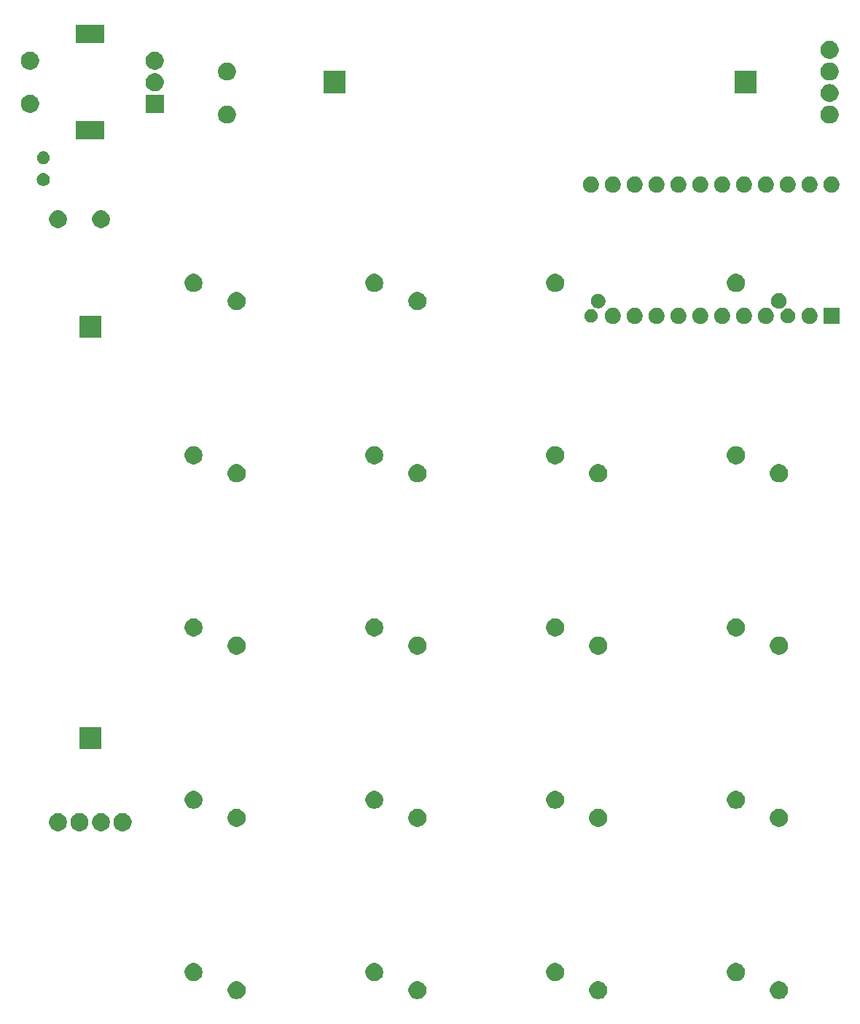
<source format=gbr>
G04 #@! TF.GenerationSoftware,KiCad,Pcbnew,(5.1.0)-1*
G04 #@! TF.CreationDate,2019-03-23T00:23:40+01:00*
G04 #@! TF.ProjectId,Schematic2,53636865-6d61-4746-9963-322e6b696361,rev?*
G04 #@! TF.SameCoordinates,Original*
G04 #@! TF.FileFunction,Soldermask,Bot*
G04 #@! TF.FilePolarity,Negative*
%FSLAX46Y46*%
G04 Gerber Fmt 4.6, Leading zero omitted, Abs format (unit mm)*
G04 Created by KiCad (PCBNEW (5.1.0)-1) date 2019-03-23 00:23:40*
%MOMM*%
%LPD*%
G04 APERTURE LIST*
%ADD10C,0.100000*%
G04 APERTURE END LIST*
D10*
G36*
X118776564Y-142359389D02*
G01*
X118967833Y-142438615D01*
X118967835Y-142438616D01*
X119139973Y-142553635D01*
X119286365Y-142700027D01*
X119401385Y-142872167D01*
X119480611Y-143063436D01*
X119521000Y-143266484D01*
X119521000Y-143473516D01*
X119480611Y-143676564D01*
X119401385Y-143867833D01*
X119401384Y-143867835D01*
X119286365Y-144039973D01*
X119139973Y-144186365D01*
X118967835Y-144301384D01*
X118967834Y-144301385D01*
X118967833Y-144301385D01*
X118776564Y-144380611D01*
X118573516Y-144421000D01*
X118366484Y-144421000D01*
X118163436Y-144380611D01*
X117972167Y-144301385D01*
X117972166Y-144301385D01*
X117972165Y-144301384D01*
X117800027Y-144186365D01*
X117653635Y-144039973D01*
X117538616Y-143867835D01*
X117538615Y-143867833D01*
X117459389Y-143676564D01*
X117419000Y-143473516D01*
X117419000Y-143266484D01*
X117459389Y-143063436D01*
X117538615Y-142872167D01*
X117653635Y-142700027D01*
X117800027Y-142553635D01*
X117972165Y-142438616D01*
X117972167Y-142438615D01*
X118163436Y-142359389D01*
X118366484Y-142319000D01*
X118573516Y-142319000D01*
X118776564Y-142359389D01*
X118776564Y-142359389D01*
G37*
G36*
X55776564Y-142359389D02*
G01*
X55967833Y-142438615D01*
X55967835Y-142438616D01*
X56139973Y-142553635D01*
X56286365Y-142700027D01*
X56401385Y-142872167D01*
X56480611Y-143063436D01*
X56521000Y-143266484D01*
X56521000Y-143473516D01*
X56480611Y-143676564D01*
X56401385Y-143867833D01*
X56401384Y-143867835D01*
X56286365Y-144039973D01*
X56139973Y-144186365D01*
X55967835Y-144301384D01*
X55967834Y-144301385D01*
X55967833Y-144301385D01*
X55776564Y-144380611D01*
X55573516Y-144421000D01*
X55366484Y-144421000D01*
X55163436Y-144380611D01*
X54972167Y-144301385D01*
X54972166Y-144301385D01*
X54972165Y-144301384D01*
X54800027Y-144186365D01*
X54653635Y-144039973D01*
X54538616Y-143867835D01*
X54538615Y-143867833D01*
X54459389Y-143676564D01*
X54419000Y-143473516D01*
X54419000Y-143266484D01*
X54459389Y-143063436D01*
X54538615Y-142872167D01*
X54653635Y-142700027D01*
X54800027Y-142553635D01*
X54972165Y-142438616D01*
X54972167Y-142438615D01*
X55163436Y-142359389D01*
X55366484Y-142319000D01*
X55573516Y-142319000D01*
X55776564Y-142359389D01*
X55776564Y-142359389D01*
G37*
G36*
X76776564Y-142359389D02*
G01*
X76967833Y-142438615D01*
X76967835Y-142438616D01*
X77139973Y-142553635D01*
X77286365Y-142700027D01*
X77401385Y-142872167D01*
X77480611Y-143063436D01*
X77521000Y-143266484D01*
X77521000Y-143473516D01*
X77480611Y-143676564D01*
X77401385Y-143867833D01*
X77401384Y-143867835D01*
X77286365Y-144039973D01*
X77139973Y-144186365D01*
X76967835Y-144301384D01*
X76967834Y-144301385D01*
X76967833Y-144301385D01*
X76776564Y-144380611D01*
X76573516Y-144421000D01*
X76366484Y-144421000D01*
X76163436Y-144380611D01*
X75972167Y-144301385D01*
X75972166Y-144301385D01*
X75972165Y-144301384D01*
X75800027Y-144186365D01*
X75653635Y-144039973D01*
X75538616Y-143867835D01*
X75538615Y-143867833D01*
X75459389Y-143676564D01*
X75419000Y-143473516D01*
X75419000Y-143266484D01*
X75459389Y-143063436D01*
X75538615Y-142872167D01*
X75653635Y-142700027D01*
X75800027Y-142553635D01*
X75972165Y-142438616D01*
X75972167Y-142438615D01*
X76163436Y-142359389D01*
X76366484Y-142319000D01*
X76573516Y-142319000D01*
X76776564Y-142359389D01*
X76776564Y-142359389D01*
G37*
G36*
X97776564Y-142359389D02*
G01*
X97967833Y-142438615D01*
X97967835Y-142438616D01*
X98139973Y-142553635D01*
X98286365Y-142700027D01*
X98401385Y-142872167D01*
X98480611Y-143063436D01*
X98521000Y-143266484D01*
X98521000Y-143473516D01*
X98480611Y-143676564D01*
X98401385Y-143867833D01*
X98401384Y-143867835D01*
X98286365Y-144039973D01*
X98139973Y-144186365D01*
X97967835Y-144301384D01*
X97967834Y-144301385D01*
X97967833Y-144301385D01*
X97776564Y-144380611D01*
X97573516Y-144421000D01*
X97366484Y-144421000D01*
X97163436Y-144380611D01*
X96972167Y-144301385D01*
X96972166Y-144301385D01*
X96972165Y-144301384D01*
X96800027Y-144186365D01*
X96653635Y-144039973D01*
X96538616Y-143867835D01*
X96538615Y-143867833D01*
X96459389Y-143676564D01*
X96419000Y-143473516D01*
X96419000Y-143266484D01*
X96459389Y-143063436D01*
X96538615Y-142872167D01*
X96653635Y-142700027D01*
X96800027Y-142553635D01*
X96972165Y-142438616D01*
X96972167Y-142438615D01*
X97163436Y-142359389D01*
X97366484Y-142319000D01*
X97573516Y-142319000D01*
X97776564Y-142359389D01*
X97776564Y-142359389D01*
G37*
G36*
X71776564Y-140259389D02*
G01*
X71967833Y-140338615D01*
X71967835Y-140338616D01*
X72139973Y-140453635D01*
X72286365Y-140600027D01*
X72401385Y-140772167D01*
X72480611Y-140963436D01*
X72521000Y-141166484D01*
X72521000Y-141373516D01*
X72480611Y-141576564D01*
X72401385Y-141767833D01*
X72401384Y-141767835D01*
X72286365Y-141939973D01*
X72139973Y-142086365D01*
X71967835Y-142201384D01*
X71967834Y-142201385D01*
X71967833Y-142201385D01*
X71776564Y-142280611D01*
X71573516Y-142321000D01*
X71366484Y-142321000D01*
X71163436Y-142280611D01*
X70972167Y-142201385D01*
X70972166Y-142201385D01*
X70972165Y-142201384D01*
X70800027Y-142086365D01*
X70653635Y-141939973D01*
X70538616Y-141767835D01*
X70538615Y-141767833D01*
X70459389Y-141576564D01*
X70419000Y-141373516D01*
X70419000Y-141166484D01*
X70459389Y-140963436D01*
X70538615Y-140772167D01*
X70653635Y-140600027D01*
X70800027Y-140453635D01*
X70972165Y-140338616D01*
X70972167Y-140338615D01*
X71163436Y-140259389D01*
X71366484Y-140219000D01*
X71573516Y-140219000D01*
X71776564Y-140259389D01*
X71776564Y-140259389D01*
G37*
G36*
X113776564Y-140259389D02*
G01*
X113967833Y-140338615D01*
X113967835Y-140338616D01*
X114139973Y-140453635D01*
X114286365Y-140600027D01*
X114401385Y-140772167D01*
X114480611Y-140963436D01*
X114521000Y-141166484D01*
X114521000Y-141373516D01*
X114480611Y-141576564D01*
X114401385Y-141767833D01*
X114401384Y-141767835D01*
X114286365Y-141939973D01*
X114139973Y-142086365D01*
X113967835Y-142201384D01*
X113967834Y-142201385D01*
X113967833Y-142201385D01*
X113776564Y-142280611D01*
X113573516Y-142321000D01*
X113366484Y-142321000D01*
X113163436Y-142280611D01*
X112972167Y-142201385D01*
X112972166Y-142201385D01*
X112972165Y-142201384D01*
X112800027Y-142086365D01*
X112653635Y-141939973D01*
X112538616Y-141767835D01*
X112538615Y-141767833D01*
X112459389Y-141576564D01*
X112419000Y-141373516D01*
X112419000Y-141166484D01*
X112459389Y-140963436D01*
X112538615Y-140772167D01*
X112653635Y-140600027D01*
X112800027Y-140453635D01*
X112972165Y-140338616D01*
X112972167Y-140338615D01*
X113163436Y-140259389D01*
X113366484Y-140219000D01*
X113573516Y-140219000D01*
X113776564Y-140259389D01*
X113776564Y-140259389D01*
G37*
G36*
X92776564Y-140259389D02*
G01*
X92967833Y-140338615D01*
X92967835Y-140338616D01*
X93139973Y-140453635D01*
X93286365Y-140600027D01*
X93401385Y-140772167D01*
X93480611Y-140963436D01*
X93521000Y-141166484D01*
X93521000Y-141373516D01*
X93480611Y-141576564D01*
X93401385Y-141767833D01*
X93401384Y-141767835D01*
X93286365Y-141939973D01*
X93139973Y-142086365D01*
X92967835Y-142201384D01*
X92967834Y-142201385D01*
X92967833Y-142201385D01*
X92776564Y-142280611D01*
X92573516Y-142321000D01*
X92366484Y-142321000D01*
X92163436Y-142280611D01*
X91972167Y-142201385D01*
X91972166Y-142201385D01*
X91972165Y-142201384D01*
X91800027Y-142086365D01*
X91653635Y-141939973D01*
X91538616Y-141767835D01*
X91538615Y-141767833D01*
X91459389Y-141576564D01*
X91419000Y-141373516D01*
X91419000Y-141166484D01*
X91459389Y-140963436D01*
X91538615Y-140772167D01*
X91653635Y-140600027D01*
X91800027Y-140453635D01*
X91972165Y-140338616D01*
X91972167Y-140338615D01*
X92163436Y-140259389D01*
X92366484Y-140219000D01*
X92573516Y-140219000D01*
X92776564Y-140259389D01*
X92776564Y-140259389D01*
G37*
G36*
X50776564Y-140259389D02*
G01*
X50967833Y-140338615D01*
X50967835Y-140338616D01*
X51139973Y-140453635D01*
X51286365Y-140600027D01*
X51401385Y-140772167D01*
X51480611Y-140963436D01*
X51521000Y-141166484D01*
X51521000Y-141373516D01*
X51480611Y-141576564D01*
X51401385Y-141767833D01*
X51401384Y-141767835D01*
X51286365Y-141939973D01*
X51139973Y-142086365D01*
X50967835Y-142201384D01*
X50967834Y-142201385D01*
X50967833Y-142201385D01*
X50776564Y-142280611D01*
X50573516Y-142321000D01*
X50366484Y-142321000D01*
X50163436Y-142280611D01*
X49972167Y-142201385D01*
X49972166Y-142201385D01*
X49972165Y-142201384D01*
X49800027Y-142086365D01*
X49653635Y-141939973D01*
X49538616Y-141767835D01*
X49538615Y-141767833D01*
X49459389Y-141576564D01*
X49419000Y-141373516D01*
X49419000Y-141166484D01*
X49459389Y-140963436D01*
X49538615Y-140772167D01*
X49653635Y-140600027D01*
X49800027Y-140453635D01*
X49972165Y-140338616D01*
X49972167Y-140338615D01*
X50163436Y-140259389D01*
X50366484Y-140219000D01*
X50573516Y-140219000D01*
X50776564Y-140259389D01*
X50776564Y-140259389D01*
G37*
G36*
X42526564Y-122859389D02*
G01*
X42717833Y-122938615D01*
X42717835Y-122938616D01*
X42889973Y-123053635D01*
X43036365Y-123200027D01*
X43080772Y-123266486D01*
X43151385Y-123372167D01*
X43230611Y-123563436D01*
X43271000Y-123766484D01*
X43271000Y-123973516D01*
X43230611Y-124176564D01*
X43151385Y-124367833D01*
X43151384Y-124367835D01*
X43036365Y-124539973D01*
X42889973Y-124686365D01*
X42717835Y-124801384D01*
X42717834Y-124801385D01*
X42717833Y-124801385D01*
X42526564Y-124880611D01*
X42323516Y-124921000D01*
X42116484Y-124921000D01*
X41913436Y-124880611D01*
X41722167Y-124801385D01*
X41722166Y-124801385D01*
X41722165Y-124801384D01*
X41550027Y-124686365D01*
X41403635Y-124539973D01*
X41288616Y-124367835D01*
X41288615Y-124367833D01*
X41209389Y-124176564D01*
X41169000Y-123973516D01*
X41169000Y-123766484D01*
X41209389Y-123563436D01*
X41288615Y-123372167D01*
X41359229Y-123266486D01*
X41403635Y-123200027D01*
X41550027Y-123053635D01*
X41722165Y-122938616D01*
X41722167Y-122938615D01*
X41913436Y-122859389D01*
X42116484Y-122819000D01*
X42323516Y-122819000D01*
X42526564Y-122859389D01*
X42526564Y-122859389D01*
G37*
G36*
X40026564Y-122859389D02*
G01*
X40217833Y-122938615D01*
X40217835Y-122938616D01*
X40389973Y-123053635D01*
X40536365Y-123200027D01*
X40580772Y-123266486D01*
X40651385Y-123372167D01*
X40730611Y-123563436D01*
X40771000Y-123766484D01*
X40771000Y-123973516D01*
X40730611Y-124176564D01*
X40651385Y-124367833D01*
X40651384Y-124367835D01*
X40536365Y-124539973D01*
X40389973Y-124686365D01*
X40217835Y-124801384D01*
X40217834Y-124801385D01*
X40217833Y-124801385D01*
X40026564Y-124880611D01*
X39823516Y-124921000D01*
X39616484Y-124921000D01*
X39413436Y-124880611D01*
X39222167Y-124801385D01*
X39222166Y-124801385D01*
X39222165Y-124801384D01*
X39050027Y-124686365D01*
X38903635Y-124539973D01*
X38788616Y-124367835D01*
X38788615Y-124367833D01*
X38709389Y-124176564D01*
X38669000Y-123973516D01*
X38669000Y-123766484D01*
X38709389Y-123563436D01*
X38788615Y-123372167D01*
X38859229Y-123266486D01*
X38903635Y-123200027D01*
X39050027Y-123053635D01*
X39222165Y-122938616D01*
X39222167Y-122938615D01*
X39413436Y-122859389D01*
X39616484Y-122819000D01*
X39823516Y-122819000D01*
X40026564Y-122859389D01*
X40026564Y-122859389D01*
G37*
G36*
X37526564Y-122859389D02*
G01*
X37717833Y-122938615D01*
X37717835Y-122938616D01*
X37889973Y-123053635D01*
X38036365Y-123200027D01*
X38080772Y-123266486D01*
X38151385Y-123372167D01*
X38230611Y-123563436D01*
X38271000Y-123766484D01*
X38271000Y-123973516D01*
X38230611Y-124176564D01*
X38151385Y-124367833D01*
X38151384Y-124367835D01*
X38036365Y-124539973D01*
X37889973Y-124686365D01*
X37717835Y-124801384D01*
X37717834Y-124801385D01*
X37717833Y-124801385D01*
X37526564Y-124880611D01*
X37323516Y-124921000D01*
X37116484Y-124921000D01*
X36913436Y-124880611D01*
X36722167Y-124801385D01*
X36722166Y-124801385D01*
X36722165Y-124801384D01*
X36550027Y-124686365D01*
X36403635Y-124539973D01*
X36288616Y-124367835D01*
X36288615Y-124367833D01*
X36209389Y-124176564D01*
X36169000Y-123973516D01*
X36169000Y-123766484D01*
X36209389Y-123563436D01*
X36288615Y-123372167D01*
X36359229Y-123266486D01*
X36403635Y-123200027D01*
X36550027Y-123053635D01*
X36722165Y-122938616D01*
X36722167Y-122938615D01*
X36913436Y-122859389D01*
X37116484Y-122819000D01*
X37323516Y-122819000D01*
X37526564Y-122859389D01*
X37526564Y-122859389D01*
G37*
G36*
X35026564Y-122859389D02*
G01*
X35217833Y-122938615D01*
X35217835Y-122938616D01*
X35389973Y-123053635D01*
X35536365Y-123200027D01*
X35580772Y-123266486D01*
X35651385Y-123372167D01*
X35730611Y-123563436D01*
X35771000Y-123766484D01*
X35771000Y-123973516D01*
X35730611Y-124176564D01*
X35651385Y-124367833D01*
X35651384Y-124367835D01*
X35536365Y-124539973D01*
X35389973Y-124686365D01*
X35217835Y-124801384D01*
X35217834Y-124801385D01*
X35217833Y-124801385D01*
X35026564Y-124880611D01*
X34823516Y-124921000D01*
X34616484Y-124921000D01*
X34413436Y-124880611D01*
X34222167Y-124801385D01*
X34222166Y-124801385D01*
X34222165Y-124801384D01*
X34050027Y-124686365D01*
X33903635Y-124539973D01*
X33788616Y-124367835D01*
X33788615Y-124367833D01*
X33709389Y-124176564D01*
X33669000Y-123973516D01*
X33669000Y-123766484D01*
X33709389Y-123563436D01*
X33788615Y-123372167D01*
X33859229Y-123266486D01*
X33903635Y-123200027D01*
X34050027Y-123053635D01*
X34222165Y-122938616D01*
X34222167Y-122938615D01*
X34413436Y-122859389D01*
X34616484Y-122819000D01*
X34823516Y-122819000D01*
X35026564Y-122859389D01*
X35026564Y-122859389D01*
G37*
G36*
X97776564Y-122359389D02*
G01*
X97967833Y-122438615D01*
X97967835Y-122438616D01*
X98139973Y-122553635D01*
X98286365Y-122700027D01*
X98401385Y-122872167D01*
X98480611Y-123063436D01*
X98521000Y-123266484D01*
X98521000Y-123473516D01*
X98480611Y-123676564D01*
X98443365Y-123766484D01*
X98401384Y-123867835D01*
X98286365Y-124039973D01*
X98139973Y-124186365D01*
X97967835Y-124301384D01*
X97967834Y-124301385D01*
X97967833Y-124301385D01*
X97776564Y-124380611D01*
X97573516Y-124421000D01*
X97366484Y-124421000D01*
X97163436Y-124380611D01*
X96972167Y-124301385D01*
X96972166Y-124301385D01*
X96972165Y-124301384D01*
X96800027Y-124186365D01*
X96653635Y-124039973D01*
X96538616Y-123867835D01*
X96496635Y-123766484D01*
X96459389Y-123676564D01*
X96419000Y-123473516D01*
X96419000Y-123266484D01*
X96459389Y-123063436D01*
X96538615Y-122872167D01*
X96653635Y-122700027D01*
X96800027Y-122553635D01*
X96972165Y-122438616D01*
X96972167Y-122438615D01*
X97163436Y-122359389D01*
X97366484Y-122319000D01*
X97573516Y-122319000D01*
X97776564Y-122359389D01*
X97776564Y-122359389D01*
G37*
G36*
X55776564Y-122359389D02*
G01*
X55967833Y-122438615D01*
X55967835Y-122438616D01*
X56139973Y-122553635D01*
X56286365Y-122700027D01*
X56401385Y-122872167D01*
X56480611Y-123063436D01*
X56521000Y-123266484D01*
X56521000Y-123473516D01*
X56480611Y-123676564D01*
X56443365Y-123766484D01*
X56401384Y-123867835D01*
X56286365Y-124039973D01*
X56139973Y-124186365D01*
X55967835Y-124301384D01*
X55967834Y-124301385D01*
X55967833Y-124301385D01*
X55776564Y-124380611D01*
X55573516Y-124421000D01*
X55366484Y-124421000D01*
X55163436Y-124380611D01*
X54972167Y-124301385D01*
X54972166Y-124301385D01*
X54972165Y-124301384D01*
X54800027Y-124186365D01*
X54653635Y-124039973D01*
X54538616Y-123867835D01*
X54496635Y-123766484D01*
X54459389Y-123676564D01*
X54419000Y-123473516D01*
X54419000Y-123266484D01*
X54459389Y-123063436D01*
X54538615Y-122872167D01*
X54653635Y-122700027D01*
X54800027Y-122553635D01*
X54972165Y-122438616D01*
X54972167Y-122438615D01*
X55163436Y-122359389D01*
X55366484Y-122319000D01*
X55573516Y-122319000D01*
X55776564Y-122359389D01*
X55776564Y-122359389D01*
G37*
G36*
X118776564Y-122359389D02*
G01*
X118967833Y-122438615D01*
X118967835Y-122438616D01*
X119139973Y-122553635D01*
X119286365Y-122700027D01*
X119401385Y-122872167D01*
X119480611Y-123063436D01*
X119521000Y-123266484D01*
X119521000Y-123473516D01*
X119480611Y-123676564D01*
X119443365Y-123766484D01*
X119401384Y-123867835D01*
X119286365Y-124039973D01*
X119139973Y-124186365D01*
X118967835Y-124301384D01*
X118967834Y-124301385D01*
X118967833Y-124301385D01*
X118776564Y-124380611D01*
X118573516Y-124421000D01*
X118366484Y-124421000D01*
X118163436Y-124380611D01*
X117972167Y-124301385D01*
X117972166Y-124301385D01*
X117972165Y-124301384D01*
X117800027Y-124186365D01*
X117653635Y-124039973D01*
X117538616Y-123867835D01*
X117496635Y-123766484D01*
X117459389Y-123676564D01*
X117419000Y-123473516D01*
X117419000Y-123266484D01*
X117459389Y-123063436D01*
X117538615Y-122872167D01*
X117653635Y-122700027D01*
X117800027Y-122553635D01*
X117972165Y-122438616D01*
X117972167Y-122438615D01*
X118163436Y-122359389D01*
X118366484Y-122319000D01*
X118573516Y-122319000D01*
X118776564Y-122359389D01*
X118776564Y-122359389D01*
G37*
G36*
X76776564Y-122359389D02*
G01*
X76967833Y-122438615D01*
X76967835Y-122438616D01*
X77139973Y-122553635D01*
X77286365Y-122700027D01*
X77401385Y-122872167D01*
X77480611Y-123063436D01*
X77521000Y-123266484D01*
X77521000Y-123473516D01*
X77480611Y-123676564D01*
X77443365Y-123766484D01*
X77401384Y-123867835D01*
X77286365Y-124039973D01*
X77139973Y-124186365D01*
X76967835Y-124301384D01*
X76967834Y-124301385D01*
X76967833Y-124301385D01*
X76776564Y-124380611D01*
X76573516Y-124421000D01*
X76366484Y-124421000D01*
X76163436Y-124380611D01*
X75972167Y-124301385D01*
X75972166Y-124301385D01*
X75972165Y-124301384D01*
X75800027Y-124186365D01*
X75653635Y-124039973D01*
X75538616Y-123867835D01*
X75496635Y-123766484D01*
X75459389Y-123676564D01*
X75419000Y-123473516D01*
X75419000Y-123266484D01*
X75459389Y-123063436D01*
X75538615Y-122872167D01*
X75653635Y-122700027D01*
X75800027Y-122553635D01*
X75972165Y-122438616D01*
X75972167Y-122438615D01*
X76163436Y-122359389D01*
X76366484Y-122319000D01*
X76573516Y-122319000D01*
X76776564Y-122359389D01*
X76776564Y-122359389D01*
G37*
G36*
X50776564Y-120259389D02*
G01*
X50967833Y-120338615D01*
X50967835Y-120338616D01*
X51139973Y-120453635D01*
X51286365Y-120600027D01*
X51401385Y-120772167D01*
X51480611Y-120963436D01*
X51521000Y-121166484D01*
X51521000Y-121373516D01*
X51480611Y-121576564D01*
X51401385Y-121767833D01*
X51401384Y-121767835D01*
X51286365Y-121939973D01*
X51139973Y-122086365D01*
X50967835Y-122201384D01*
X50967834Y-122201385D01*
X50967833Y-122201385D01*
X50776564Y-122280611D01*
X50573516Y-122321000D01*
X50366484Y-122321000D01*
X50163436Y-122280611D01*
X49972167Y-122201385D01*
X49972166Y-122201385D01*
X49972165Y-122201384D01*
X49800027Y-122086365D01*
X49653635Y-121939973D01*
X49538616Y-121767835D01*
X49538615Y-121767833D01*
X49459389Y-121576564D01*
X49419000Y-121373516D01*
X49419000Y-121166484D01*
X49459389Y-120963436D01*
X49538615Y-120772167D01*
X49653635Y-120600027D01*
X49800027Y-120453635D01*
X49972165Y-120338616D01*
X49972167Y-120338615D01*
X50163436Y-120259389D01*
X50366484Y-120219000D01*
X50573516Y-120219000D01*
X50776564Y-120259389D01*
X50776564Y-120259389D01*
G37*
G36*
X113776564Y-120259389D02*
G01*
X113967833Y-120338615D01*
X113967835Y-120338616D01*
X114139973Y-120453635D01*
X114286365Y-120600027D01*
X114401385Y-120772167D01*
X114480611Y-120963436D01*
X114521000Y-121166484D01*
X114521000Y-121373516D01*
X114480611Y-121576564D01*
X114401385Y-121767833D01*
X114401384Y-121767835D01*
X114286365Y-121939973D01*
X114139973Y-122086365D01*
X113967835Y-122201384D01*
X113967834Y-122201385D01*
X113967833Y-122201385D01*
X113776564Y-122280611D01*
X113573516Y-122321000D01*
X113366484Y-122321000D01*
X113163436Y-122280611D01*
X112972167Y-122201385D01*
X112972166Y-122201385D01*
X112972165Y-122201384D01*
X112800027Y-122086365D01*
X112653635Y-121939973D01*
X112538616Y-121767835D01*
X112538615Y-121767833D01*
X112459389Y-121576564D01*
X112419000Y-121373516D01*
X112419000Y-121166484D01*
X112459389Y-120963436D01*
X112538615Y-120772167D01*
X112653635Y-120600027D01*
X112800027Y-120453635D01*
X112972165Y-120338616D01*
X112972167Y-120338615D01*
X113163436Y-120259389D01*
X113366484Y-120219000D01*
X113573516Y-120219000D01*
X113776564Y-120259389D01*
X113776564Y-120259389D01*
G37*
G36*
X71776564Y-120259389D02*
G01*
X71967833Y-120338615D01*
X71967835Y-120338616D01*
X72139973Y-120453635D01*
X72286365Y-120600027D01*
X72401385Y-120772167D01*
X72480611Y-120963436D01*
X72521000Y-121166484D01*
X72521000Y-121373516D01*
X72480611Y-121576564D01*
X72401385Y-121767833D01*
X72401384Y-121767835D01*
X72286365Y-121939973D01*
X72139973Y-122086365D01*
X71967835Y-122201384D01*
X71967834Y-122201385D01*
X71967833Y-122201385D01*
X71776564Y-122280611D01*
X71573516Y-122321000D01*
X71366484Y-122321000D01*
X71163436Y-122280611D01*
X70972167Y-122201385D01*
X70972166Y-122201385D01*
X70972165Y-122201384D01*
X70800027Y-122086365D01*
X70653635Y-121939973D01*
X70538616Y-121767835D01*
X70538615Y-121767833D01*
X70459389Y-121576564D01*
X70419000Y-121373516D01*
X70419000Y-121166484D01*
X70459389Y-120963436D01*
X70538615Y-120772167D01*
X70653635Y-120600027D01*
X70800027Y-120453635D01*
X70972165Y-120338616D01*
X70972167Y-120338615D01*
X71163436Y-120259389D01*
X71366484Y-120219000D01*
X71573516Y-120219000D01*
X71776564Y-120259389D01*
X71776564Y-120259389D01*
G37*
G36*
X92776564Y-120259389D02*
G01*
X92967833Y-120338615D01*
X92967835Y-120338616D01*
X93139973Y-120453635D01*
X93286365Y-120600027D01*
X93401385Y-120772167D01*
X93480611Y-120963436D01*
X93521000Y-121166484D01*
X93521000Y-121373516D01*
X93480611Y-121576564D01*
X93401385Y-121767833D01*
X93401384Y-121767835D01*
X93286365Y-121939973D01*
X93139973Y-122086365D01*
X92967835Y-122201384D01*
X92967834Y-122201385D01*
X92967833Y-122201385D01*
X92776564Y-122280611D01*
X92573516Y-122321000D01*
X92366484Y-122321000D01*
X92163436Y-122280611D01*
X91972167Y-122201385D01*
X91972166Y-122201385D01*
X91972165Y-122201384D01*
X91800027Y-122086365D01*
X91653635Y-121939973D01*
X91538616Y-121767835D01*
X91538615Y-121767833D01*
X91459389Y-121576564D01*
X91419000Y-121373516D01*
X91419000Y-121166484D01*
X91459389Y-120963436D01*
X91538615Y-120772167D01*
X91653635Y-120600027D01*
X91800027Y-120453635D01*
X91972165Y-120338616D01*
X91972167Y-120338615D01*
X92163436Y-120259389D01*
X92366484Y-120219000D01*
X92573516Y-120219000D01*
X92776564Y-120259389D01*
X92776564Y-120259389D01*
G37*
G36*
X39781000Y-115423000D02*
G01*
X37179000Y-115423000D01*
X37179000Y-112821000D01*
X39781000Y-112821000D01*
X39781000Y-115423000D01*
X39781000Y-115423000D01*
G37*
G36*
X55776564Y-102359389D02*
G01*
X55967833Y-102438615D01*
X55967835Y-102438616D01*
X56139973Y-102553635D01*
X56286365Y-102700027D01*
X56401385Y-102872167D01*
X56480611Y-103063436D01*
X56521000Y-103266484D01*
X56521000Y-103473516D01*
X56480611Y-103676564D01*
X56401385Y-103867833D01*
X56401384Y-103867835D01*
X56286365Y-104039973D01*
X56139973Y-104186365D01*
X55967835Y-104301384D01*
X55967834Y-104301385D01*
X55967833Y-104301385D01*
X55776564Y-104380611D01*
X55573516Y-104421000D01*
X55366484Y-104421000D01*
X55163436Y-104380611D01*
X54972167Y-104301385D01*
X54972166Y-104301385D01*
X54972165Y-104301384D01*
X54800027Y-104186365D01*
X54653635Y-104039973D01*
X54538616Y-103867835D01*
X54538615Y-103867833D01*
X54459389Y-103676564D01*
X54419000Y-103473516D01*
X54419000Y-103266484D01*
X54459389Y-103063436D01*
X54538615Y-102872167D01*
X54653635Y-102700027D01*
X54800027Y-102553635D01*
X54972165Y-102438616D01*
X54972167Y-102438615D01*
X55163436Y-102359389D01*
X55366484Y-102319000D01*
X55573516Y-102319000D01*
X55776564Y-102359389D01*
X55776564Y-102359389D01*
G37*
G36*
X118776564Y-102359389D02*
G01*
X118967833Y-102438615D01*
X118967835Y-102438616D01*
X119139973Y-102553635D01*
X119286365Y-102700027D01*
X119401385Y-102872167D01*
X119480611Y-103063436D01*
X119521000Y-103266484D01*
X119521000Y-103473516D01*
X119480611Y-103676564D01*
X119401385Y-103867833D01*
X119401384Y-103867835D01*
X119286365Y-104039973D01*
X119139973Y-104186365D01*
X118967835Y-104301384D01*
X118967834Y-104301385D01*
X118967833Y-104301385D01*
X118776564Y-104380611D01*
X118573516Y-104421000D01*
X118366484Y-104421000D01*
X118163436Y-104380611D01*
X117972167Y-104301385D01*
X117972166Y-104301385D01*
X117972165Y-104301384D01*
X117800027Y-104186365D01*
X117653635Y-104039973D01*
X117538616Y-103867835D01*
X117538615Y-103867833D01*
X117459389Y-103676564D01*
X117419000Y-103473516D01*
X117419000Y-103266484D01*
X117459389Y-103063436D01*
X117538615Y-102872167D01*
X117653635Y-102700027D01*
X117800027Y-102553635D01*
X117972165Y-102438616D01*
X117972167Y-102438615D01*
X118163436Y-102359389D01*
X118366484Y-102319000D01*
X118573516Y-102319000D01*
X118776564Y-102359389D01*
X118776564Y-102359389D01*
G37*
G36*
X76776564Y-102359389D02*
G01*
X76967833Y-102438615D01*
X76967835Y-102438616D01*
X77139973Y-102553635D01*
X77286365Y-102700027D01*
X77401385Y-102872167D01*
X77480611Y-103063436D01*
X77521000Y-103266484D01*
X77521000Y-103473516D01*
X77480611Y-103676564D01*
X77401385Y-103867833D01*
X77401384Y-103867835D01*
X77286365Y-104039973D01*
X77139973Y-104186365D01*
X76967835Y-104301384D01*
X76967834Y-104301385D01*
X76967833Y-104301385D01*
X76776564Y-104380611D01*
X76573516Y-104421000D01*
X76366484Y-104421000D01*
X76163436Y-104380611D01*
X75972167Y-104301385D01*
X75972166Y-104301385D01*
X75972165Y-104301384D01*
X75800027Y-104186365D01*
X75653635Y-104039973D01*
X75538616Y-103867835D01*
X75538615Y-103867833D01*
X75459389Y-103676564D01*
X75419000Y-103473516D01*
X75419000Y-103266484D01*
X75459389Y-103063436D01*
X75538615Y-102872167D01*
X75653635Y-102700027D01*
X75800027Y-102553635D01*
X75972165Y-102438616D01*
X75972167Y-102438615D01*
X76163436Y-102359389D01*
X76366484Y-102319000D01*
X76573516Y-102319000D01*
X76776564Y-102359389D01*
X76776564Y-102359389D01*
G37*
G36*
X97776564Y-102359389D02*
G01*
X97967833Y-102438615D01*
X97967835Y-102438616D01*
X98139973Y-102553635D01*
X98286365Y-102700027D01*
X98401385Y-102872167D01*
X98480611Y-103063436D01*
X98521000Y-103266484D01*
X98521000Y-103473516D01*
X98480611Y-103676564D01*
X98401385Y-103867833D01*
X98401384Y-103867835D01*
X98286365Y-104039973D01*
X98139973Y-104186365D01*
X97967835Y-104301384D01*
X97967834Y-104301385D01*
X97967833Y-104301385D01*
X97776564Y-104380611D01*
X97573516Y-104421000D01*
X97366484Y-104421000D01*
X97163436Y-104380611D01*
X96972167Y-104301385D01*
X96972166Y-104301385D01*
X96972165Y-104301384D01*
X96800027Y-104186365D01*
X96653635Y-104039973D01*
X96538616Y-103867835D01*
X96538615Y-103867833D01*
X96459389Y-103676564D01*
X96419000Y-103473516D01*
X96419000Y-103266484D01*
X96459389Y-103063436D01*
X96538615Y-102872167D01*
X96653635Y-102700027D01*
X96800027Y-102553635D01*
X96972165Y-102438616D01*
X96972167Y-102438615D01*
X97163436Y-102359389D01*
X97366484Y-102319000D01*
X97573516Y-102319000D01*
X97776564Y-102359389D01*
X97776564Y-102359389D01*
G37*
G36*
X92776564Y-100259389D02*
G01*
X92967833Y-100338615D01*
X92967835Y-100338616D01*
X93139973Y-100453635D01*
X93286365Y-100600027D01*
X93401385Y-100772167D01*
X93480611Y-100963436D01*
X93521000Y-101166484D01*
X93521000Y-101373516D01*
X93480611Y-101576564D01*
X93401385Y-101767833D01*
X93401384Y-101767835D01*
X93286365Y-101939973D01*
X93139973Y-102086365D01*
X92967835Y-102201384D01*
X92967834Y-102201385D01*
X92967833Y-102201385D01*
X92776564Y-102280611D01*
X92573516Y-102321000D01*
X92366484Y-102321000D01*
X92163436Y-102280611D01*
X91972167Y-102201385D01*
X91972166Y-102201385D01*
X91972165Y-102201384D01*
X91800027Y-102086365D01*
X91653635Y-101939973D01*
X91538616Y-101767835D01*
X91538615Y-101767833D01*
X91459389Y-101576564D01*
X91419000Y-101373516D01*
X91419000Y-101166484D01*
X91459389Y-100963436D01*
X91538615Y-100772167D01*
X91653635Y-100600027D01*
X91800027Y-100453635D01*
X91972165Y-100338616D01*
X91972167Y-100338615D01*
X92163436Y-100259389D01*
X92366484Y-100219000D01*
X92573516Y-100219000D01*
X92776564Y-100259389D01*
X92776564Y-100259389D01*
G37*
G36*
X113776564Y-100259389D02*
G01*
X113967833Y-100338615D01*
X113967835Y-100338616D01*
X114139973Y-100453635D01*
X114286365Y-100600027D01*
X114401385Y-100772167D01*
X114480611Y-100963436D01*
X114521000Y-101166484D01*
X114521000Y-101373516D01*
X114480611Y-101576564D01*
X114401385Y-101767833D01*
X114401384Y-101767835D01*
X114286365Y-101939973D01*
X114139973Y-102086365D01*
X113967835Y-102201384D01*
X113967834Y-102201385D01*
X113967833Y-102201385D01*
X113776564Y-102280611D01*
X113573516Y-102321000D01*
X113366484Y-102321000D01*
X113163436Y-102280611D01*
X112972167Y-102201385D01*
X112972166Y-102201385D01*
X112972165Y-102201384D01*
X112800027Y-102086365D01*
X112653635Y-101939973D01*
X112538616Y-101767835D01*
X112538615Y-101767833D01*
X112459389Y-101576564D01*
X112419000Y-101373516D01*
X112419000Y-101166484D01*
X112459389Y-100963436D01*
X112538615Y-100772167D01*
X112653635Y-100600027D01*
X112800027Y-100453635D01*
X112972165Y-100338616D01*
X112972167Y-100338615D01*
X113163436Y-100259389D01*
X113366484Y-100219000D01*
X113573516Y-100219000D01*
X113776564Y-100259389D01*
X113776564Y-100259389D01*
G37*
G36*
X71776564Y-100259389D02*
G01*
X71967833Y-100338615D01*
X71967835Y-100338616D01*
X72139973Y-100453635D01*
X72286365Y-100600027D01*
X72401385Y-100772167D01*
X72480611Y-100963436D01*
X72521000Y-101166484D01*
X72521000Y-101373516D01*
X72480611Y-101576564D01*
X72401385Y-101767833D01*
X72401384Y-101767835D01*
X72286365Y-101939973D01*
X72139973Y-102086365D01*
X71967835Y-102201384D01*
X71967834Y-102201385D01*
X71967833Y-102201385D01*
X71776564Y-102280611D01*
X71573516Y-102321000D01*
X71366484Y-102321000D01*
X71163436Y-102280611D01*
X70972167Y-102201385D01*
X70972166Y-102201385D01*
X70972165Y-102201384D01*
X70800027Y-102086365D01*
X70653635Y-101939973D01*
X70538616Y-101767835D01*
X70538615Y-101767833D01*
X70459389Y-101576564D01*
X70419000Y-101373516D01*
X70419000Y-101166484D01*
X70459389Y-100963436D01*
X70538615Y-100772167D01*
X70653635Y-100600027D01*
X70800027Y-100453635D01*
X70972165Y-100338616D01*
X70972167Y-100338615D01*
X71163436Y-100259389D01*
X71366484Y-100219000D01*
X71573516Y-100219000D01*
X71776564Y-100259389D01*
X71776564Y-100259389D01*
G37*
G36*
X50776564Y-100259389D02*
G01*
X50967833Y-100338615D01*
X50967835Y-100338616D01*
X51139973Y-100453635D01*
X51286365Y-100600027D01*
X51401385Y-100772167D01*
X51480611Y-100963436D01*
X51521000Y-101166484D01*
X51521000Y-101373516D01*
X51480611Y-101576564D01*
X51401385Y-101767833D01*
X51401384Y-101767835D01*
X51286365Y-101939973D01*
X51139973Y-102086365D01*
X50967835Y-102201384D01*
X50967834Y-102201385D01*
X50967833Y-102201385D01*
X50776564Y-102280611D01*
X50573516Y-102321000D01*
X50366484Y-102321000D01*
X50163436Y-102280611D01*
X49972167Y-102201385D01*
X49972166Y-102201385D01*
X49972165Y-102201384D01*
X49800027Y-102086365D01*
X49653635Y-101939973D01*
X49538616Y-101767835D01*
X49538615Y-101767833D01*
X49459389Y-101576564D01*
X49419000Y-101373516D01*
X49419000Y-101166484D01*
X49459389Y-100963436D01*
X49538615Y-100772167D01*
X49653635Y-100600027D01*
X49800027Y-100453635D01*
X49972165Y-100338616D01*
X49972167Y-100338615D01*
X50163436Y-100259389D01*
X50366484Y-100219000D01*
X50573516Y-100219000D01*
X50776564Y-100259389D01*
X50776564Y-100259389D01*
G37*
G36*
X118776564Y-82359389D02*
G01*
X118967833Y-82438615D01*
X118967835Y-82438616D01*
X119139973Y-82553635D01*
X119286365Y-82700027D01*
X119401385Y-82872167D01*
X119480611Y-83063436D01*
X119521000Y-83266484D01*
X119521000Y-83473516D01*
X119480611Y-83676564D01*
X119401385Y-83867833D01*
X119401384Y-83867835D01*
X119286365Y-84039973D01*
X119139973Y-84186365D01*
X118967835Y-84301384D01*
X118967834Y-84301385D01*
X118967833Y-84301385D01*
X118776564Y-84380611D01*
X118573516Y-84421000D01*
X118366484Y-84421000D01*
X118163436Y-84380611D01*
X117972167Y-84301385D01*
X117972166Y-84301385D01*
X117972165Y-84301384D01*
X117800027Y-84186365D01*
X117653635Y-84039973D01*
X117538616Y-83867835D01*
X117538615Y-83867833D01*
X117459389Y-83676564D01*
X117419000Y-83473516D01*
X117419000Y-83266484D01*
X117459389Y-83063436D01*
X117538615Y-82872167D01*
X117653635Y-82700027D01*
X117800027Y-82553635D01*
X117972165Y-82438616D01*
X117972167Y-82438615D01*
X118163436Y-82359389D01*
X118366484Y-82319000D01*
X118573516Y-82319000D01*
X118776564Y-82359389D01*
X118776564Y-82359389D01*
G37*
G36*
X76776564Y-82359389D02*
G01*
X76967833Y-82438615D01*
X76967835Y-82438616D01*
X77139973Y-82553635D01*
X77286365Y-82700027D01*
X77401385Y-82872167D01*
X77480611Y-83063436D01*
X77521000Y-83266484D01*
X77521000Y-83473516D01*
X77480611Y-83676564D01*
X77401385Y-83867833D01*
X77401384Y-83867835D01*
X77286365Y-84039973D01*
X77139973Y-84186365D01*
X76967835Y-84301384D01*
X76967834Y-84301385D01*
X76967833Y-84301385D01*
X76776564Y-84380611D01*
X76573516Y-84421000D01*
X76366484Y-84421000D01*
X76163436Y-84380611D01*
X75972167Y-84301385D01*
X75972166Y-84301385D01*
X75972165Y-84301384D01*
X75800027Y-84186365D01*
X75653635Y-84039973D01*
X75538616Y-83867835D01*
X75538615Y-83867833D01*
X75459389Y-83676564D01*
X75419000Y-83473516D01*
X75419000Y-83266484D01*
X75459389Y-83063436D01*
X75538615Y-82872167D01*
X75653635Y-82700027D01*
X75800027Y-82553635D01*
X75972165Y-82438616D01*
X75972167Y-82438615D01*
X76163436Y-82359389D01*
X76366484Y-82319000D01*
X76573516Y-82319000D01*
X76776564Y-82359389D01*
X76776564Y-82359389D01*
G37*
G36*
X97776564Y-82359389D02*
G01*
X97967833Y-82438615D01*
X97967835Y-82438616D01*
X98139973Y-82553635D01*
X98286365Y-82700027D01*
X98401385Y-82872167D01*
X98480611Y-83063436D01*
X98521000Y-83266484D01*
X98521000Y-83473516D01*
X98480611Y-83676564D01*
X98401385Y-83867833D01*
X98401384Y-83867835D01*
X98286365Y-84039973D01*
X98139973Y-84186365D01*
X97967835Y-84301384D01*
X97967834Y-84301385D01*
X97967833Y-84301385D01*
X97776564Y-84380611D01*
X97573516Y-84421000D01*
X97366484Y-84421000D01*
X97163436Y-84380611D01*
X96972167Y-84301385D01*
X96972166Y-84301385D01*
X96972165Y-84301384D01*
X96800027Y-84186365D01*
X96653635Y-84039973D01*
X96538616Y-83867835D01*
X96538615Y-83867833D01*
X96459389Y-83676564D01*
X96419000Y-83473516D01*
X96419000Y-83266484D01*
X96459389Y-83063436D01*
X96538615Y-82872167D01*
X96653635Y-82700027D01*
X96800027Y-82553635D01*
X96972165Y-82438616D01*
X96972167Y-82438615D01*
X97163436Y-82359389D01*
X97366484Y-82319000D01*
X97573516Y-82319000D01*
X97776564Y-82359389D01*
X97776564Y-82359389D01*
G37*
G36*
X55776564Y-82359389D02*
G01*
X55967833Y-82438615D01*
X55967835Y-82438616D01*
X56139973Y-82553635D01*
X56286365Y-82700027D01*
X56401385Y-82872167D01*
X56480611Y-83063436D01*
X56521000Y-83266484D01*
X56521000Y-83473516D01*
X56480611Y-83676564D01*
X56401385Y-83867833D01*
X56401384Y-83867835D01*
X56286365Y-84039973D01*
X56139973Y-84186365D01*
X55967835Y-84301384D01*
X55967834Y-84301385D01*
X55967833Y-84301385D01*
X55776564Y-84380611D01*
X55573516Y-84421000D01*
X55366484Y-84421000D01*
X55163436Y-84380611D01*
X54972167Y-84301385D01*
X54972166Y-84301385D01*
X54972165Y-84301384D01*
X54800027Y-84186365D01*
X54653635Y-84039973D01*
X54538616Y-83867835D01*
X54538615Y-83867833D01*
X54459389Y-83676564D01*
X54419000Y-83473516D01*
X54419000Y-83266484D01*
X54459389Y-83063436D01*
X54538615Y-82872167D01*
X54653635Y-82700027D01*
X54800027Y-82553635D01*
X54972165Y-82438616D01*
X54972167Y-82438615D01*
X55163436Y-82359389D01*
X55366484Y-82319000D01*
X55573516Y-82319000D01*
X55776564Y-82359389D01*
X55776564Y-82359389D01*
G37*
G36*
X92776564Y-80259389D02*
G01*
X92967833Y-80338615D01*
X92967835Y-80338616D01*
X93139973Y-80453635D01*
X93286365Y-80600027D01*
X93401385Y-80772167D01*
X93480611Y-80963436D01*
X93521000Y-81166484D01*
X93521000Y-81373516D01*
X93480611Y-81576564D01*
X93401385Y-81767833D01*
X93401384Y-81767835D01*
X93286365Y-81939973D01*
X93139973Y-82086365D01*
X92967835Y-82201384D01*
X92967834Y-82201385D01*
X92967833Y-82201385D01*
X92776564Y-82280611D01*
X92573516Y-82321000D01*
X92366484Y-82321000D01*
X92163436Y-82280611D01*
X91972167Y-82201385D01*
X91972166Y-82201385D01*
X91972165Y-82201384D01*
X91800027Y-82086365D01*
X91653635Y-81939973D01*
X91538616Y-81767835D01*
X91538615Y-81767833D01*
X91459389Y-81576564D01*
X91419000Y-81373516D01*
X91419000Y-81166484D01*
X91459389Y-80963436D01*
X91538615Y-80772167D01*
X91653635Y-80600027D01*
X91800027Y-80453635D01*
X91972165Y-80338616D01*
X91972167Y-80338615D01*
X92163436Y-80259389D01*
X92366484Y-80219000D01*
X92573516Y-80219000D01*
X92776564Y-80259389D01*
X92776564Y-80259389D01*
G37*
G36*
X50776564Y-80259389D02*
G01*
X50967833Y-80338615D01*
X50967835Y-80338616D01*
X51139973Y-80453635D01*
X51286365Y-80600027D01*
X51401385Y-80772167D01*
X51480611Y-80963436D01*
X51521000Y-81166484D01*
X51521000Y-81373516D01*
X51480611Y-81576564D01*
X51401385Y-81767833D01*
X51401384Y-81767835D01*
X51286365Y-81939973D01*
X51139973Y-82086365D01*
X50967835Y-82201384D01*
X50967834Y-82201385D01*
X50967833Y-82201385D01*
X50776564Y-82280611D01*
X50573516Y-82321000D01*
X50366484Y-82321000D01*
X50163436Y-82280611D01*
X49972167Y-82201385D01*
X49972166Y-82201385D01*
X49972165Y-82201384D01*
X49800027Y-82086365D01*
X49653635Y-81939973D01*
X49538616Y-81767835D01*
X49538615Y-81767833D01*
X49459389Y-81576564D01*
X49419000Y-81373516D01*
X49419000Y-81166484D01*
X49459389Y-80963436D01*
X49538615Y-80772167D01*
X49653635Y-80600027D01*
X49800027Y-80453635D01*
X49972165Y-80338616D01*
X49972167Y-80338615D01*
X50163436Y-80259389D01*
X50366484Y-80219000D01*
X50573516Y-80219000D01*
X50776564Y-80259389D01*
X50776564Y-80259389D01*
G37*
G36*
X71776564Y-80259389D02*
G01*
X71967833Y-80338615D01*
X71967835Y-80338616D01*
X72139973Y-80453635D01*
X72286365Y-80600027D01*
X72401385Y-80772167D01*
X72480611Y-80963436D01*
X72521000Y-81166484D01*
X72521000Y-81373516D01*
X72480611Y-81576564D01*
X72401385Y-81767833D01*
X72401384Y-81767835D01*
X72286365Y-81939973D01*
X72139973Y-82086365D01*
X71967835Y-82201384D01*
X71967834Y-82201385D01*
X71967833Y-82201385D01*
X71776564Y-82280611D01*
X71573516Y-82321000D01*
X71366484Y-82321000D01*
X71163436Y-82280611D01*
X70972167Y-82201385D01*
X70972166Y-82201385D01*
X70972165Y-82201384D01*
X70800027Y-82086365D01*
X70653635Y-81939973D01*
X70538616Y-81767835D01*
X70538615Y-81767833D01*
X70459389Y-81576564D01*
X70419000Y-81373516D01*
X70419000Y-81166484D01*
X70459389Y-80963436D01*
X70538615Y-80772167D01*
X70653635Y-80600027D01*
X70800027Y-80453635D01*
X70972165Y-80338616D01*
X70972167Y-80338615D01*
X71163436Y-80259389D01*
X71366484Y-80219000D01*
X71573516Y-80219000D01*
X71776564Y-80259389D01*
X71776564Y-80259389D01*
G37*
G36*
X113776564Y-80259389D02*
G01*
X113967833Y-80338615D01*
X113967835Y-80338616D01*
X114139973Y-80453635D01*
X114286365Y-80600027D01*
X114401385Y-80772167D01*
X114480611Y-80963436D01*
X114521000Y-81166484D01*
X114521000Y-81373516D01*
X114480611Y-81576564D01*
X114401385Y-81767833D01*
X114401384Y-81767835D01*
X114286365Y-81939973D01*
X114139973Y-82086365D01*
X113967835Y-82201384D01*
X113967834Y-82201385D01*
X113967833Y-82201385D01*
X113776564Y-82280611D01*
X113573516Y-82321000D01*
X113366484Y-82321000D01*
X113163436Y-82280611D01*
X112972167Y-82201385D01*
X112972166Y-82201385D01*
X112972165Y-82201384D01*
X112800027Y-82086365D01*
X112653635Y-81939973D01*
X112538616Y-81767835D01*
X112538615Y-81767833D01*
X112459389Y-81576564D01*
X112419000Y-81373516D01*
X112419000Y-81166484D01*
X112459389Y-80963436D01*
X112538615Y-80772167D01*
X112653635Y-80600027D01*
X112800027Y-80453635D01*
X112972165Y-80338616D01*
X112972167Y-80338615D01*
X113163436Y-80259389D01*
X113366484Y-80219000D01*
X113573516Y-80219000D01*
X113776564Y-80259389D01*
X113776564Y-80259389D01*
G37*
G36*
X39781000Y-67671000D02*
G01*
X37179000Y-67671000D01*
X37179000Y-65069000D01*
X39781000Y-65069000D01*
X39781000Y-67671000D01*
X39781000Y-67671000D01*
G37*
G36*
X99460483Y-64198335D02*
G01*
X99629240Y-64268236D01*
X99781118Y-64369718D01*
X99910282Y-64498882D01*
X100011764Y-64650760D01*
X100081665Y-64819517D01*
X100117300Y-64998668D01*
X100117300Y-65181332D01*
X100081665Y-65360483D01*
X100011764Y-65529240D01*
X99910282Y-65681118D01*
X99781118Y-65810282D01*
X99629240Y-65911764D01*
X99460483Y-65981665D01*
X99281332Y-66017300D01*
X99098668Y-66017300D01*
X98919517Y-65981665D01*
X98750760Y-65911764D01*
X98598882Y-65810282D01*
X98469718Y-65681118D01*
X98368236Y-65529240D01*
X98298335Y-65360483D01*
X98262700Y-65181332D01*
X98262700Y-64998668D01*
X98298335Y-64819517D01*
X98368236Y-64650760D01*
X98469718Y-64498882D01*
X98598882Y-64369718D01*
X98750760Y-64268236D01*
X98919517Y-64198335D01*
X99098668Y-64162700D01*
X99281332Y-64162700D01*
X99460483Y-64198335D01*
X99460483Y-64198335D01*
G37*
G36*
X102000483Y-64198335D02*
G01*
X102169240Y-64268236D01*
X102321118Y-64369718D01*
X102450282Y-64498882D01*
X102551764Y-64650760D01*
X102621665Y-64819517D01*
X102657300Y-64998668D01*
X102657300Y-65181332D01*
X102621665Y-65360483D01*
X102551764Y-65529240D01*
X102450282Y-65681118D01*
X102321118Y-65810282D01*
X102169240Y-65911764D01*
X102000483Y-65981665D01*
X101821332Y-66017300D01*
X101638668Y-66017300D01*
X101459517Y-65981665D01*
X101290760Y-65911764D01*
X101138882Y-65810282D01*
X101009718Y-65681118D01*
X100908236Y-65529240D01*
X100838335Y-65360483D01*
X100802700Y-65181332D01*
X100802700Y-64998668D01*
X100838335Y-64819517D01*
X100908236Y-64650760D01*
X101009718Y-64498882D01*
X101138882Y-64369718D01*
X101290760Y-64268236D01*
X101459517Y-64198335D01*
X101638668Y-64162700D01*
X101821332Y-64162700D01*
X102000483Y-64198335D01*
X102000483Y-64198335D01*
G37*
G36*
X125517300Y-66017300D02*
G01*
X123662700Y-66017300D01*
X123662700Y-64162700D01*
X125517300Y-64162700D01*
X125517300Y-66017300D01*
X125517300Y-66017300D01*
G37*
G36*
X104540483Y-64198335D02*
G01*
X104709240Y-64268236D01*
X104861118Y-64369718D01*
X104990282Y-64498882D01*
X105091764Y-64650760D01*
X105161665Y-64819517D01*
X105197300Y-64998668D01*
X105197300Y-65181332D01*
X105161665Y-65360483D01*
X105091764Y-65529240D01*
X104990282Y-65681118D01*
X104861118Y-65810282D01*
X104709240Y-65911764D01*
X104540483Y-65981665D01*
X104361332Y-66017300D01*
X104178668Y-66017300D01*
X103999517Y-65981665D01*
X103830760Y-65911764D01*
X103678882Y-65810282D01*
X103549718Y-65681118D01*
X103448236Y-65529240D01*
X103378335Y-65360483D01*
X103342700Y-65181332D01*
X103342700Y-64998668D01*
X103378335Y-64819517D01*
X103448236Y-64650760D01*
X103549718Y-64498882D01*
X103678882Y-64369718D01*
X103830760Y-64268236D01*
X103999517Y-64198335D01*
X104178668Y-64162700D01*
X104361332Y-64162700D01*
X104540483Y-64198335D01*
X104540483Y-64198335D01*
G37*
G36*
X107080483Y-64198335D02*
G01*
X107249240Y-64268236D01*
X107401118Y-64369718D01*
X107530282Y-64498882D01*
X107631764Y-64650760D01*
X107701665Y-64819517D01*
X107737300Y-64998668D01*
X107737300Y-65181332D01*
X107701665Y-65360483D01*
X107631764Y-65529240D01*
X107530282Y-65681118D01*
X107401118Y-65810282D01*
X107249240Y-65911764D01*
X107080483Y-65981665D01*
X106901332Y-66017300D01*
X106718668Y-66017300D01*
X106539517Y-65981665D01*
X106370760Y-65911764D01*
X106218882Y-65810282D01*
X106089718Y-65681118D01*
X105988236Y-65529240D01*
X105918335Y-65360483D01*
X105882700Y-65181332D01*
X105882700Y-64998668D01*
X105918335Y-64819517D01*
X105988236Y-64650760D01*
X106089718Y-64498882D01*
X106218882Y-64369718D01*
X106370760Y-64268236D01*
X106539517Y-64198335D01*
X106718668Y-64162700D01*
X106901332Y-64162700D01*
X107080483Y-64198335D01*
X107080483Y-64198335D01*
G37*
G36*
X117240483Y-64198335D02*
G01*
X117409240Y-64268236D01*
X117561118Y-64369718D01*
X117690282Y-64498882D01*
X117791764Y-64650760D01*
X117861665Y-64819517D01*
X117897300Y-64998668D01*
X117897300Y-65181332D01*
X117861665Y-65360483D01*
X117791764Y-65529240D01*
X117690282Y-65681118D01*
X117561118Y-65810282D01*
X117409240Y-65911764D01*
X117240483Y-65981665D01*
X117061332Y-66017300D01*
X116878668Y-66017300D01*
X116699517Y-65981665D01*
X116530760Y-65911764D01*
X116378882Y-65810282D01*
X116249718Y-65681118D01*
X116148236Y-65529240D01*
X116078335Y-65360483D01*
X116042700Y-65181332D01*
X116042700Y-64998668D01*
X116078335Y-64819517D01*
X116148236Y-64650760D01*
X116249718Y-64498882D01*
X116378882Y-64369718D01*
X116530760Y-64268236D01*
X116699517Y-64198335D01*
X116878668Y-64162700D01*
X117061332Y-64162700D01*
X117240483Y-64198335D01*
X117240483Y-64198335D01*
G37*
G36*
X122320483Y-64198335D02*
G01*
X122489240Y-64268236D01*
X122641118Y-64369718D01*
X122770282Y-64498882D01*
X122871764Y-64650760D01*
X122941665Y-64819517D01*
X122977300Y-64998668D01*
X122977300Y-65181332D01*
X122941665Y-65360483D01*
X122871764Y-65529240D01*
X122770282Y-65681118D01*
X122641118Y-65810282D01*
X122489240Y-65911764D01*
X122320483Y-65981665D01*
X122141332Y-66017300D01*
X121958668Y-66017300D01*
X121779517Y-65981665D01*
X121610760Y-65911764D01*
X121458882Y-65810282D01*
X121329718Y-65681118D01*
X121228236Y-65529240D01*
X121158335Y-65360483D01*
X121122700Y-65181332D01*
X121122700Y-64998668D01*
X121158335Y-64819517D01*
X121228236Y-64650760D01*
X121329718Y-64498882D01*
X121458882Y-64369718D01*
X121610760Y-64268236D01*
X121779517Y-64198335D01*
X121958668Y-64162700D01*
X122141332Y-64162700D01*
X122320483Y-64198335D01*
X122320483Y-64198335D01*
G37*
G36*
X109620483Y-64198335D02*
G01*
X109789240Y-64268236D01*
X109941118Y-64369718D01*
X110070282Y-64498882D01*
X110171764Y-64650760D01*
X110241665Y-64819517D01*
X110277300Y-64998668D01*
X110277300Y-65181332D01*
X110241665Y-65360483D01*
X110171764Y-65529240D01*
X110070282Y-65681118D01*
X109941118Y-65810282D01*
X109789240Y-65911764D01*
X109620483Y-65981665D01*
X109441332Y-66017300D01*
X109258668Y-66017300D01*
X109079517Y-65981665D01*
X108910760Y-65911764D01*
X108758882Y-65810282D01*
X108629718Y-65681118D01*
X108528236Y-65529240D01*
X108458335Y-65360483D01*
X108422700Y-65181332D01*
X108422700Y-64998668D01*
X108458335Y-64819517D01*
X108528236Y-64650760D01*
X108629718Y-64498882D01*
X108758882Y-64369718D01*
X108910760Y-64268236D01*
X109079517Y-64198335D01*
X109258668Y-64162700D01*
X109441332Y-64162700D01*
X109620483Y-64198335D01*
X109620483Y-64198335D01*
G37*
G36*
X114700483Y-64198335D02*
G01*
X114869240Y-64268236D01*
X115021118Y-64369718D01*
X115150282Y-64498882D01*
X115251764Y-64650760D01*
X115321665Y-64819517D01*
X115357300Y-64998668D01*
X115357300Y-65181332D01*
X115321665Y-65360483D01*
X115251764Y-65529240D01*
X115150282Y-65681118D01*
X115021118Y-65810282D01*
X114869240Y-65911764D01*
X114700483Y-65981665D01*
X114521332Y-66017300D01*
X114338668Y-66017300D01*
X114159517Y-65981665D01*
X113990760Y-65911764D01*
X113838882Y-65810282D01*
X113709718Y-65681118D01*
X113608236Y-65529240D01*
X113538335Y-65360483D01*
X113502700Y-65181332D01*
X113502700Y-64998668D01*
X113538335Y-64819517D01*
X113608236Y-64650760D01*
X113709718Y-64498882D01*
X113838882Y-64369718D01*
X113990760Y-64268236D01*
X114159517Y-64198335D01*
X114338668Y-64162700D01*
X114521332Y-64162700D01*
X114700483Y-64198335D01*
X114700483Y-64198335D01*
G37*
G36*
X112160483Y-64198335D02*
G01*
X112329240Y-64268236D01*
X112481118Y-64369718D01*
X112610282Y-64498882D01*
X112711764Y-64650760D01*
X112781665Y-64819517D01*
X112817300Y-64998668D01*
X112817300Y-65181332D01*
X112781665Y-65360483D01*
X112711764Y-65529240D01*
X112610282Y-65681118D01*
X112481118Y-65810282D01*
X112329240Y-65911764D01*
X112160483Y-65981665D01*
X111981332Y-66017300D01*
X111798668Y-66017300D01*
X111619517Y-65981665D01*
X111450760Y-65911764D01*
X111298882Y-65810282D01*
X111169718Y-65681118D01*
X111068236Y-65529240D01*
X110998335Y-65360483D01*
X110962700Y-65181332D01*
X110962700Y-64998668D01*
X110998335Y-64819517D01*
X111068236Y-64650760D01*
X111169718Y-64498882D01*
X111298882Y-64369718D01*
X111450760Y-64268236D01*
X111619517Y-64198335D01*
X111798668Y-64162700D01*
X111981332Y-64162700D01*
X112160483Y-64198335D01*
X112160483Y-64198335D01*
G37*
G36*
X119758228Y-64271703D02*
G01*
X119913100Y-64335853D01*
X120052481Y-64428985D01*
X120171015Y-64547519D01*
X120264147Y-64686900D01*
X120328297Y-64841772D01*
X120361000Y-65006184D01*
X120361000Y-65173816D01*
X120328297Y-65338228D01*
X120264147Y-65493100D01*
X120171015Y-65632481D01*
X120052481Y-65751015D01*
X119913100Y-65844147D01*
X119758228Y-65908297D01*
X119593816Y-65941000D01*
X119426184Y-65941000D01*
X119261772Y-65908297D01*
X119106900Y-65844147D01*
X118967519Y-65751015D01*
X118848985Y-65632481D01*
X118755853Y-65493100D01*
X118691703Y-65338228D01*
X118659000Y-65173816D01*
X118659000Y-65006184D01*
X118691703Y-64841772D01*
X118755853Y-64686900D01*
X118848985Y-64547519D01*
X118967519Y-64428985D01*
X119106900Y-64335853D01*
X119261772Y-64271703D01*
X119426184Y-64239000D01*
X119593816Y-64239000D01*
X119758228Y-64271703D01*
X119758228Y-64271703D01*
G37*
G36*
X96883642Y-64319781D02*
G01*
X97004202Y-64369719D01*
X97029416Y-64380163D01*
X97160608Y-64467822D01*
X97272178Y-64579392D01*
X97319864Y-64650760D01*
X97359838Y-64710586D01*
X97420219Y-64856358D01*
X97451000Y-65011107D01*
X97451000Y-65168893D01*
X97420219Y-65323642D01*
X97359838Y-65469414D01*
X97359837Y-65469416D01*
X97272178Y-65600608D01*
X97160608Y-65712178D01*
X97029416Y-65799837D01*
X97029415Y-65799838D01*
X97029414Y-65799838D01*
X96883642Y-65860219D01*
X96728893Y-65891000D01*
X96571107Y-65891000D01*
X96416358Y-65860219D01*
X96270586Y-65799838D01*
X96270585Y-65799838D01*
X96270584Y-65799837D01*
X96139392Y-65712178D01*
X96027822Y-65600608D01*
X95940163Y-65469416D01*
X95940162Y-65469414D01*
X95879781Y-65323642D01*
X95849000Y-65168893D01*
X95849000Y-65011107D01*
X95879781Y-64856358D01*
X95940162Y-64710586D01*
X95980136Y-64650760D01*
X96027822Y-64579392D01*
X96139392Y-64467822D01*
X96270584Y-64380163D01*
X96295798Y-64369719D01*
X96416358Y-64319781D01*
X96571107Y-64289000D01*
X96728893Y-64289000D01*
X96883642Y-64319781D01*
X96883642Y-64319781D01*
G37*
G36*
X55776564Y-62359389D02*
G01*
X55967833Y-62438615D01*
X55967835Y-62438616D01*
X56139973Y-62553635D01*
X56286365Y-62700027D01*
X56350256Y-62795646D01*
X56401385Y-62872167D01*
X56480611Y-63063436D01*
X56521000Y-63266484D01*
X56521000Y-63473516D01*
X56480611Y-63676564D01*
X56430815Y-63796782D01*
X56401384Y-63867835D01*
X56286365Y-64039973D01*
X56139973Y-64186365D01*
X55967835Y-64301384D01*
X55967834Y-64301385D01*
X55967833Y-64301385D01*
X55776564Y-64380611D01*
X55573516Y-64421000D01*
X55366484Y-64421000D01*
X55163436Y-64380611D01*
X54972167Y-64301385D01*
X54972166Y-64301385D01*
X54972165Y-64301384D01*
X54800027Y-64186365D01*
X54653635Y-64039973D01*
X54538616Y-63867835D01*
X54509185Y-63796782D01*
X54459389Y-63676564D01*
X54419000Y-63473516D01*
X54419000Y-63266484D01*
X54459389Y-63063436D01*
X54538615Y-62872167D01*
X54589745Y-62795646D01*
X54653635Y-62700027D01*
X54800027Y-62553635D01*
X54972165Y-62438616D01*
X54972167Y-62438615D01*
X55163436Y-62359389D01*
X55366484Y-62319000D01*
X55573516Y-62319000D01*
X55776564Y-62359389D01*
X55776564Y-62359389D01*
G37*
G36*
X76776564Y-62359389D02*
G01*
X76967833Y-62438615D01*
X76967835Y-62438616D01*
X77139973Y-62553635D01*
X77286365Y-62700027D01*
X77350256Y-62795646D01*
X77401385Y-62872167D01*
X77480611Y-63063436D01*
X77521000Y-63266484D01*
X77521000Y-63473516D01*
X77480611Y-63676564D01*
X77430815Y-63796782D01*
X77401384Y-63867835D01*
X77286365Y-64039973D01*
X77139973Y-64186365D01*
X76967835Y-64301384D01*
X76967834Y-64301385D01*
X76967833Y-64301385D01*
X76776564Y-64380611D01*
X76573516Y-64421000D01*
X76366484Y-64421000D01*
X76163436Y-64380611D01*
X75972167Y-64301385D01*
X75972166Y-64301385D01*
X75972165Y-64301384D01*
X75800027Y-64186365D01*
X75653635Y-64039973D01*
X75538616Y-63867835D01*
X75509185Y-63796782D01*
X75459389Y-63676564D01*
X75419000Y-63473516D01*
X75419000Y-63266484D01*
X75459389Y-63063436D01*
X75538615Y-62872167D01*
X75589745Y-62795646D01*
X75653635Y-62700027D01*
X75800027Y-62553635D01*
X75972165Y-62438616D01*
X75972167Y-62438615D01*
X76163436Y-62359389D01*
X76366484Y-62319000D01*
X76573516Y-62319000D01*
X76776564Y-62359389D01*
X76776564Y-62359389D01*
G37*
G36*
X118583512Y-62473927D02*
G01*
X118732812Y-62503624D01*
X118896784Y-62571544D01*
X119044354Y-62670147D01*
X119169853Y-62795646D01*
X119268456Y-62943216D01*
X119336376Y-63107188D01*
X119371000Y-63281259D01*
X119371000Y-63458741D01*
X119336376Y-63632812D01*
X119268456Y-63796784D01*
X119169853Y-63944354D01*
X119044354Y-64069853D01*
X118896784Y-64168456D01*
X118732812Y-64236376D01*
X118583512Y-64266073D01*
X118558742Y-64271000D01*
X118381258Y-64271000D01*
X118356488Y-64266073D01*
X118207188Y-64236376D01*
X118043216Y-64168456D01*
X117895646Y-64069853D01*
X117770147Y-63944354D01*
X117671544Y-63796784D01*
X117603624Y-63632812D01*
X117569000Y-63458741D01*
X117569000Y-63281259D01*
X117603624Y-63107188D01*
X117671544Y-62943216D01*
X117770147Y-62795646D01*
X117895646Y-62670147D01*
X118043216Y-62571544D01*
X118207188Y-62503624D01*
X118356488Y-62473927D01*
X118381258Y-62469000D01*
X118558742Y-62469000D01*
X118583512Y-62473927D01*
X118583512Y-62473927D01*
G37*
G36*
X97718228Y-62551703D02*
G01*
X97873100Y-62615853D01*
X98012481Y-62708985D01*
X98131015Y-62827519D01*
X98224147Y-62966900D01*
X98288297Y-63121772D01*
X98321000Y-63286184D01*
X98321000Y-63453816D01*
X98288297Y-63618228D01*
X98224147Y-63773100D01*
X98131015Y-63912481D01*
X98012481Y-64031015D01*
X97873100Y-64124147D01*
X97718228Y-64188297D01*
X97553816Y-64221000D01*
X97386184Y-64221000D01*
X97221772Y-64188297D01*
X97066900Y-64124147D01*
X96927519Y-64031015D01*
X96808985Y-63912481D01*
X96715853Y-63773100D01*
X96651703Y-63618228D01*
X96619000Y-63453816D01*
X96619000Y-63286184D01*
X96651703Y-63121772D01*
X96715853Y-62966900D01*
X96808985Y-62827519D01*
X96927519Y-62708985D01*
X97066900Y-62615853D01*
X97221772Y-62551703D01*
X97386184Y-62519000D01*
X97553816Y-62519000D01*
X97718228Y-62551703D01*
X97718228Y-62551703D01*
G37*
G36*
X113776564Y-60259389D02*
G01*
X113967833Y-60338615D01*
X113967835Y-60338616D01*
X114139973Y-60453635D01*
X114286365Y-60600027D01*
X114401385Y-60772167D01*
X114480611Y-60963436D01*
X114521000Y-61166484D01*
X114521000Y-61373516D01*
X114480611Y-61576564D01*
X114401385Y-61767833D01*
X114401384Y-61767835D01*
X114286365Y-61939973D01*
X114139973Y-62086365D01*
X113967835Y-62201384D01*
X113967834Y-62201385D01*
X113967833Y-62201385D01*
X113776564Y-62280611D01*
X113573516Y-62321000D01*
X113366484Y-62321000D01*
X113163436Y-62280611D01*
X112972167Y-62201385D01*
X112972166Y-62201385D01*
X112972165Y-62201384D01*
X112800027Y-62086365D01*
X112653635Y-61939973D01*
X112538616Y-61767835D01*
X112538615Y-61767833D01*
X112459389Y-61576564D01*
X112419000Y-61373516D01*
X112419000Y-61166484D01*
X112459389Y-60963436D01*
X112538615Y-60772167D01*
X112653635Y-60600027D01*
X112800027Y-60453635D01*
X112972165Y-60338616D01*
X112972167Y-60338615D01*
X113163436Y-60259389D01*
X113366484Y-60219000D01*
X113573516Y-60219000D01*
X113776564Y-60259389D01*
X113776564Y-60259389D01*
G37*
G36*
X92776564Y-60259389D02*
G01*
X92967833Y-60338615D01*
X92967835Y-60338616D01*
X93139973Y-60453635D01*
X93286365Y-60600027D01*
X93401385Y-60772167D01*
X93480611Y-60963436D01*
X93521000Y-61166484D01*
X93521000Y-61373516D01*
X93480611Y-61576564D01*
X93401385Y-61767833D01*
X93401384Y-61767835D01*
X93286365Y-61939973D01*
X93139973Y-62086365D01*
X92967835Y-62201384D01*
X92967834Y-62201385D01*
X92967833Y-62201385D01*
X92776564Y-62280611D01*
X92573516Y-62321000D01*
X92366484Y-62321000D01*
X92163436Y-62280611D01*
X91972167Y-62201385D01*
X91972166Y-62201385D01*
X91972165Y-62201384D01*
X91800027Y-62086365D01*
X91653635Y-61939973D01*
X91538616Y-61767835D01*
X91538615Y-61767833D01*
X91459389Y-61576564D01*
X91419000Y-61373516D01*
X91419000Y-61166484D01*
X91459389Y-60963436D01*
X91538615Y-60772167D01*
X91653635Y-60600027D01*
X91800027Y-60453635D01*
X91972165Y-60338616D01*
X91972167Y-60338615D01*
X92163436Y-60259389D01*
X92366484Y-60219000D01*
X92573516Y-60219000D01*
X92776564Y-60259389D01*
X92776564Y-60259389D01*
G37*
G36*
X71776564Y-60259389D02*
G01*
X71967833Y-60338615D01*
X71967835Y-60338616D01*
X72139973Y-60453635D01*
X72286365Y-60600027D01*
X72401385Y-60772167D01*
X72480611Y-60963436D01*
X72521000Y-61166484D01*
X72521000Y-61373516D01*
X72480611Y-61576564D01*
X72401385Y-61767833D01*
X72401384Y-61767835D01*
X72286365Y-61939973D01*
X72139973Y-62086365D01*
X71967835Y-62201384D01*
X71967834Y-62201385D01*
X71967833Y-62201385D01*
X71776564Y-62280611D01*
X71573516Y-62321000D01*
X71366484Y-62321000D01*
X71163436Y-62280611D01*
X70972167Y-62201385D01*
X70972166Y-62201385D01*
X70972165Y-62201384D01*
X70800027Y-62086365D01*
X70653635Y-61939973D01*
X70538616Y-61767835D01*
X70538615Y-61767833D01*
X70459389Y-61576564D01*
X70419000Y-61373516D01*
X70419000Y-61166484D01*
X70459389Y-60963436D01*
X70538615Y-60772167D01*
X70653635Y-60600027D01*
X70800027Y-60453635D01*
X70972165Y-60338616D01*
X70972167Y-60338615D01*
X71163436Y-60259389D01*
X71366484Y-60219000D01*
X71573516Y-60219000D01*
X71776564Y-60259389D01*
X71776564Y-60259389D01*
G37*
G36*
X50776564Y-60259389D02*
G01*
X50967833Y-60338615D01*
X50967835Y-60338616D01*
X51139973Y-60453635D01*
X51286365Y-60600027D01*
X51401385Y-60772167D01*
X51480611Y-60963436D01*
X51521000Y-61166484D01*
X51521000Y-61373516D01*
X51480611Y-61576564D01*
X51401385Y-61767833D01*
X51401384Y-61767835D01*
X51286365Y-61939973D01*
X51139973Y-62086365D01*
X50967835Y-62201384D01*
X50967834Y-62201385D01*
X50967833Y-62201385D01*
X50776564Y-62280611D01*
X50573516Y-62321000D01*
X50366484Y-62321000D01*
X50163436Y-62280611D01*
X49972167Y-62201385D01*
X49972166Y-62201385D01*
X49972165Y-62201384D01*
X49800027Y-62086365D01*
X49653635Y-61939973D01*
X49538616Y-61767835D01*
X49538615Y-61767833D01*
X49459389Y-61576564D01*
X49419000Y-61373516D01*
X49419000Y-61166484D01*
X49459389Y-60963436D01*
X49538615Y-60772167D01*
X49653635Y-60600027D01*
X49800027Y-60453635D01*
X49972165Y-60338616D01*
X49972167Y-60338615D01*
X50163436Y-60259389D01*
X50366484Y-60219000D01*
X50573516Y-60219000D01*
X50776564Y-60259389D01*
X50776564Y-60259389D01*
G37*
G36*
X40026564Y-52859389D02*
G01*
X40217833Y-52938615D01*
X40217835Y-52938616D01*
X40389973Y-53053635D01*
X40536365Y-53200027D01*
X40651385Y-53372167D01*
X40730611Y-53563436D01*
X40771000Y-53766484D01*
X40771000Y-53973516D01*
X40730611Y-54176564D01*
X40651385Y-54367833D01*
X40651384Y-54367835D01*
X40536365Y-54539973D01*
X40389973Y-54686365D01*
X40217835Y-54801384D01*
X40217834Y-54801385D01*
X40217833Y-54801385D01*
X40026564Y-54880611D01*
X39823516Y-54921000D01*
X39616484Y-54921000D01*
X39413436Y-54880611D01*
X39222167Y-54801385D01*
X39222166Y-54801385D01*
X39222165Y-54801384D01*
X39050027Y-54686365D01*
X38903635Y-54539973D01*
X38788616Y-54367835D01*
X38788615Y-54367833D01*
X38709389Y-54176564D01*
X38669000Y-53973516D01*
X38669000Y-53766484D01*
X38709389Y-53563436D01*
X38788615Y-53372167D01*
X38903635Y-53200027D01*
X39050027Y-53053635D01*
X39222165Y-52938616D01*
X39222167Y-52938615D01*
X39413436Y-52859389D01*
X39616484Y-52819000D01*
X39823516Y-52819000D01*
X40026564Y-52859389D01*
X40026564Y-52859389D01*
G37*
G36*
X35026564Y-52859389D02*
G01*
X35217833Y-52938615D01*
X35217835Y-52938616D01*
X35389973Y-53053635D01*
X35536365Y-53200027D01*
X35651385Y-53372167D01*
X35730611Y-53563436D01*
X35771000Y-53766484D01*
X35771000Y-53973516D01*
X35730611Y-54176564D01*
X35651385Y-54367833D01*
X35651384Y-54367835D01*
X35536365Y-54539973D01*
X35389973Y-54686365D01*
X35217835Y-54801384D01*
X35217834Y-54801385D01*
X35217833Y-54801385D01*
X35026564Y-54880611D01*
X34823516Y-54921000D01*
X34616484Y-54921000D01*
X34413436Y-54880611D01*
X34222167Y-54801385D01*
X34222166Y-54801385D01*
X34222165Y-54801384D01*
X34050027Y-54686365D01*
X33903635Y-54539973D01*
X33788616Y-54367835D01*
X33788615Y-54367833D01*
X33709389Y-54176564D01*
X33669000Y-53973516D01*
X33669000Y-53766484D01*
X33709389Y-53563436D01*
X33788615Y-53372167D01*
X33903635Y-53200027D01*
X34050027Y-53053635D01*
X34222165Y-52938616D01*
X34222167Y-52938615D01*
X34413436Y-52859389D01*
X34616484Y-52819000D01*
X34823516Y-52819000D01*
X35026564Y-52859389D01*
X35026564Y-52859389D01*
G37*
G36*
X122320483Y-48958335D02*
G01*
X122489240Y-49028236D01*
X122641118Y-49129718D01*
X122770282Y-49258882D01*
X122871764Y-49410760D01*
X122941665Y-49579517D01*
X122977300Y-49758668D01*
X122977300Y-49941332D01*
X122941665Y-50120483D01*
X122871764Y-50289240D01*
X122770282Y-50441118D01*
X122641118Y-50570282D01*
X122489240Y-50671764D01*
X122320483Y-50741665D01*
X122141332Y-50777300D01*
X121958668Y-50777300D01*
X121779517Y-50741665D01*
X121610760Y-50671764D01*
X121458882Y-50570282D01*
X121329718Y-50441118D01*
X121228236Y-50289240D01*
X121158335Y-50120483D01*
X121122700Y-49941332D01*
X121122700Y-49758668D01*
X121158335Y-49579517D01*
X121228236Y-49410760D01*
X121329718Y-49258882D01*
X121458882Y-49129718D01*
X121610760Y-49028236D01*
X121779517Y-48958335D01*
X121958668Y-48922700D01*
X122141332Y-48922700D01*
X122320483Y-48958335D01*
X122320483Y-48958335D01*
G37*
G36*
X124860483Y-48958335D02*
G01*
X125029240Y-49028236D01*
X125181118Y-49129718D01*
X125310282Y-49258882D01*
X125411764Y-49410760D01*
X125481665Y-49579517D01*
X125517300Y-49758668D01*
X125517300Y-49941332D01*
X125481665Y-50120483D01*
X125411764Y-50289240D01*
X125310282Y-50441118D01*
X125181118Y-50570282D01*
X125029240Y-50671764D01*
X124860483Y-50741665D01*
X124681332Y-50777300D01*
X124498668Y-50777300D01*
X124319517Y-50741665D01*
X124150760Y-50671764D01*
X123998882Y-50570282D01*
X123869718Y-50441118D01*
X123768236Y-50289240D01*
X123698335Y-50120483D01*
X123662700Y-49941332D01*
X123662700Y-49758668D01*
X123698335Y-49579517D01*
X123768236Y-49410760D01*
X123869718Y-49258882D01*
X123998882Y-49129718D01*
X124150760Y-49028236D01*
X124319517Y-48958335D01*
X124498668Y-48922700D01*
X124681332Y-48922700D01*
X124860483Y-48958335D01*
X124860483Y-48958335D01*
G37*
G36*
X117240483Y-48958335D02*
G01*
X117409240Y-49028236D01*
X117561118Y-49129718D01*
X117690282Y-49258882D01*
X117791764Y-49410760D01*
X117861665Y-49579517D01*
X117897300Y-49758668D01*
X117897300Y-49941332D01*
X117861665Y-50120483D01*
X117791764Y-50289240D01*
X117690282Y-50441118D01*
X117561118Y-50570282D01*
X117409240Y-50671764D01*
X117240483Y-50741665D01*
X117061332Y-50777300D01*
X116878668Y-50777300D01*
X116699517Y-50741665D01*
X116530760Y-50671764D01*
X116378882Y-50570282D01*
X116249718Y-50441118D01*
X116148236Y-50289240D01*
X116078335Y-50120483D01*
X116042700Y-49941332D01*
X116042700Y-49758668D01*
X116078335Y-49579517D01*
X116148236Y-49410760D01*
X116249718Y-49258882D01*
X116378882Y-49129718D01*
X116530760Y-49028236D01*
X116699517Y-48958335D01*
X116878668Y-48922700D01*
X117061332Y-48922700D01*
X117240483Y-48958335D01*
X117240483Y-48958335D01*
G37*
G36*
X114700483Y-48958335D02*
G01*
X114869240Y-49028236D01*
X115021118Y-49129718D01*
X115150282Y-49258882D01*
X115251764Y-49410760D01*
X115321665Y-49579517D01*
X115357300Y-49758668D01*
X115357300Y-49941332D01*
X115321665Y-50120483D01*
X115251764Y-50289240D01*
X115150282Y-50441118D01*
X115021118Y-50570282D01*
X114869240Y-50671764D01*
X114700483Y-50741665D01*
X114521332Y-50777300D01*
X114338668Y-50777300D01*
X114159517Y-50741665D01*
X113990760Y-50671764D01*
X113838882Y-50570282D01*
X113709718Y-50441118D01*
X113608236Y-50289240D01*
X113538335Y-50120483D01*
X113502700Y-49941332D01*
X113502700Y-49758668D01*
X113538335Y-49579517D01*
X113608236Y-49410760D01*
X113709718Y-49258882D01*
X113838882Y-49129718D01*
X113990760Y-49028236D01*
X114159517Y-48958335D01*
X114338668Y-48922700D01*
X114521332Y-48922700D01*
X114700483Y-48958335D01*
X114700483Y-48958335D01*
G37*
G36*
X112160483Y-48958335D02*
G01*
X112329240Y-49028236D01*
X112481118Y-49129718D01*
X112610282Y-49258882D01*
X112711764Y-49410760D01*
X112781665Y-49579517D01*
X112817300Y-49758668D01*
X112817300Y-49941332D01*
X112781665Y-50120483D01*
X112711764Y-50289240D01*
X112610282Y-50441118D01*
X112481118Y-50570282D01*
X112329240Y-50671764D01*
X112160483Y-50741665D01*
X111981332Y-50777300D01*
X111798668Y-50777300D01*
X111619517Y-50741665D01*
X111450760Y-50671764D01*
X111298882Y-50570282D01*
X111169718Y-50441118D01*
X111068236Y-50289240D01*
X110998335Y-50120483D01*
X110962700Y-49941332D01*
X110962700Y-49758668D01*
X110998335Y-49579517D01*
X111068236Y-49410760D01*
X111169718Y-49258882D01*
X111298882Y-49129718D01*
X111450760Y-49028236D01*
X111619517Y-48958335D01*
X111798668Y-48922700D01*
X111981332Y-48922700D01*
X112160483Y-48958335D01*
X112160483Y-48958335D01*
G37*
G36*
X107080483Y-48958335D02*
G01*
X107249240Y-49028236D01*
X107401118Y-49129718D01*
X107530282Y-49258882D01*
X107631764Y-49410760D01*
X107701665Y-49579517D01*
X107737300Y-49758668D01*
X107737300Y-49941332D01*
X107701665Y-50120483D01*
X107631764Y-50289240D01*
X107530282Y-50441118D01*
X107401118Y-50570282D01*
X107249240Y-50671764D01*
X107080483Y-50741665D01*
X106901332Y-50777300D01*
X106718668Y-50777300D01*
X106539517Y-50741665D01*
X106370760Y-50671764D01*
X106218882Y-50570282D01*
X106089718Y-50441118D01*
X105988236Y-50289240D01*
X105918335Y-50120483D01*
X105882700Y-49941332D01*
X105882700Y-49758668D01*
X105918335Y-49579517D01*
X105988236Y-49410760D01*
X106089718Y-49258882D01*
X106218882Y-49129718D01*
X106370760Y-49028236D01*
X106539517Y-48958335D01*
X106718668Y-48922700D01*
X106901332Y-48922700D01*
X107080483Y-48958335D01*
X107080483Y-48958335D01*
G37*
G36*
X102000483Y-48958335D02*
G01*
X102169240Y-49028236D01*
X102321118Y-49129718D01*
X102450282Y-49258882D01*
X102551764Y-49410760D01*
X102621665Y-49579517D01*
X102657300Y-49758668D01*
X102657300Y-49941332D01*
X102621665Y-50120483D01*
X102551764Y-50289240D01*
X102450282Y-50441118D01*
X102321118Y-50570282D01*
X102169240Y-50671764D01*
X102000483Y-50741665D01*
X101821332Y-50777300D01*
X101638668Y-50777300D01*
X101459517Y-50741665D01*
X101290760Y-50671764D01*
X101138882Y-50570282D01*
X101009718Y-50441118D01*
X100908236Y-50289240D01*
X100838335Y-50120483D01*
X100802700Y-49941332D01*
X100802700Y-49758668D01*
X100838335Y-49579517D01*
X100908236Y-49410760D01*
X101009718Y-49258882D01*
X101138882Y-49129718D01*
X101290760Y-49028236D01*
X101459517Y-48958335D01*
X101638668Y-48922700D01*
X101821332Y-48922700D01*
X102000483Y-48958335D01*
X102000483Y-48958335D01*
G37*
G36*
X99460483Y-48958335D02*
G01*
X99629240Y-49028236D01*
X99781118Y-49129718D01*
X99910282Y-49258882D01*
X100011764Y-49410760D01*
X100081665Y-49579517D01*
X100117300Y-49758668D01*
X100117300Y-49941332D01*
X100081665Y-50120483D01*
X100011764Y-50289240D01*
X99910282Y-50441118D01*
X99781118Y-50570282D01*
X99629240Y-50671764D01*
X99460483Y-50741665D01*
X99281332Y-50777300D01*
X99098668Y-50777300D01*
X98919517Y-50741665D01*
X98750760Y-50671764D01*
X98598882Y-50570282D01*
X98469718Y-50441118D01*
X98368236Y-50289240D01*
X98298335Y-50120483D01*
X98262700Y-49941332D01*
X98262700Y-49758668D01*
X98298335Y-49579517D01*
X98368236Y-49410760D01*
X98469718Y-49258882D01*
X98598882Y-49129718D01*
X98750760Y-49028236D01*
X98919517Y-48958335D01*
X99098668Y-48922700D01*
X99281332Y-48922700D01*
X99460483Y-48958335D01*
X99460483Y-48958335D01*
G37*
G36*
X96920483Y-48958335D02*
G01*
X97089240Y-49028236D01*
X97241118Y-49129718D01*
X97370282Y-49258882D01*
X97471764Y-49410760D01*
X97541665Y-49579517D01*
X97577300Y-49758668D01*
X97577300Y-49941332D01*
X97541665Y-50120483D01*
X97471764Y-50289240D01*
X97370282Y-50441118D01*
X97241118Y-50570282D01*
X97089240Y-50671764D01*
X96920483Y-50741665D01*
X96741332Y-50777300D01*
X96558668Y-50777300D01*
X96379517Y-50741665D01*
X96210760Y-50671764D01*
X96058882Y-50570282D01*
X95929718Y-50441118D01*
X95828236Y-50289240D01*
X95758335Y-50120483D01*
X95722700Y-49941332D01*
X95722700Y-49758668D01*
X95758335Y-49579517D01*
X95828236Y-49410760D01*
X95929718Y-49258882D01*
X96058882Y-49129718D01*
X96210760Y-49028236D01*
X96379517Y-48958335D01*
X96558668Y-48922700D01*
X96741332Y-48922700D01*
X96920483Y-48958335D01*
X96920483Y-48958335D01*
G37*
G36*
X119780483Y-48958335D02*
G01*
X119949240Y-49028236D01*
X120101118Y-49129718D01*
X120230282Y-49258882D01*
X120331764Y-49410760D01*
X120401665Y-49579517D01*
X120437300Y-49758668D01*
X120437300Y-49941332D01*
X120401665Y-50120483D01*
X120331764Y-50289240D01*
X120230282Y-50441118D01*
X120101118Y-50570282D01*
X119949240Y-50671764D01*
X119780483Y-50741665D01*
X119601332Y-50777300D01*
X119418668Y-50777300D01*
X119239517Y-50741665D01*
X119070760Y-50671764D01*
X118918882Y-50570282D01*
X118789718Y-50441118D01*
X118688236Y-50289240D01*
X118618335Y-50120483D01*
X118582700Y-49941332D01*
X118582700Y-49758668D01*
X118618335Y-49579517D01*
X118688236Y-49410760D01*
X118789718Y-49258882D01*
X118918882Y-49129718D01*
X119070760Y-49028236D01*
X119239517Y-48958335D01*
X119418668Y-48922700D01*
X119601332Y-48922700D01*
X119780483Y-48958335D01*
X119780483Y-48958335D01*
G37*
G36*
X109620483Y-48958335D02*
G01*
X109789240Y-49028236D01*
X109941118Y-49129718D01*
X110070282Y-49258882D01*
X110171764Y-49410760D01*
X110241665Y-49579517D01*
X110277300Y-49758668D01*
X110277300Y-49941332D01*
X110241665Y-50120483D01*
X110171764Y-50289240D01*
X110070282Y-50441118D01*
X109941118Y-50570282D01*
X109789240Y-50671764D01*
X109620483Y-50741665D01*
X109441332Y-50777300D01*
X109258668Y-50777300D01*
X109079517Y-50741665D01*
X108910760Y-50671764D01*
X108758882Y-50570282D01*
X108629718Y-50441118D01*
X108528236Y-50289240D01*
X108458335Y-50120483D01*
X108422700Y-49941332D01*
X108422700Y-49758668D01*
X108458335Y-49579517D01*
X108528236Y-49410760D01*
X108629718Y-49258882D01*
X108758882Y-49129718D01*
X108910760Y-49028236D01*
X109079517Y-48958335D01*
X109258668Y-48922700D01*
X109441332Y-48922700D01*
X109620483Y-48958335D01*
X109620483Y-48958335D01*
G37*
G36*
X104540483Y-48958335D02*
G01*
X104709240Y-49028236D01*
X104861118Y-49129718D01*
X104990282Y-49258882D01*
X105091764Y-49410760D01*
X105161665Y-49579517D01*
X105197300Y-49758668D01*
X105197300Y-49941332D01*
X105161665Y-50120483D01*
X105091764Y-50289240D01*
X104990282Y-50441118D01*
X104861118Y-50570282D01*
X104709240Y-50671764D01*
X104540483Y-50741665D01*
X104361332Y-50777300D01*
X104178668Y-50777300D01*
X103999517Y-50741665D01*
X103830760Y-50671764D01*
X103678882Y-50570282D01*
X103549718Y-50441118D01*
X103448236Y-50289240D01*
X103378335Y-50120483D01*
X103342700Y-49941332D01*
X103342700Y-49758668D01*
X103378335Y-49579517D01*
X103448236Y-49410760D01*
X103549718Y-49258882D01*
X103678882Y-49129718D01*
X103830760Y-49028236D01*
X103999517Y-48958335D01*
X104178668Y-48922700D01*
X104361332Y-48922700D01*
X104540483Y-48958335D01*
X104540483Y-48958335D01*
G37*
G36*
X33091665Y-48526622D02*
G01*
X33165222Y-48533867D01*
X33306786Y-48576810D01*
X33437252Y-48646546D01*
X33467040Y-48670992D01*
X33551607Y-48740393D01*
X33621008Y-48824960D01*
X33645454Y-48854748D01*
X33715190Y-48985214D01*
X33758133Y-49126778D01*
X33772633Y-49274000D01*
X33758133Y-49421222D01*
X33715190Y-49562786D01*
X33645454Y-49693252D01*
X33621008Y-49723040D01*
X33551607Y-49807607D01*
X33467040Y-49877008D01*
X33437252Y-49901454D01*
X33306786Y-49971190D01*
X33165222Y-50014133D01*
X33091665Y-50021378D01*
X33054888Y-50025000D01*
X32981112Y-50025000D01*
X32944335Y-50021378D01*
X32870778Y-50014133D01*
X32729214Y-49971190D01*
X32598748Y-49901454D01*
X32568960Y-49877008D01*
X32484393Y-49807607D01*
X32414992Y-49723040D01*
X32390546Y-49693252D01*
X32320810Y-49562786D01*
X32277867Y-49421222D01*
X32263367Y-49274000D01*
X32277867Y-49126778D01*
X32320810Y-48985214D01*
X32390546Y-48854748D01*
X32414992Y-48824960D01*
X32484393Y-48740393D01*
X32568960Y-48670992D01*
X32598748Y-48646546D01*
X32729214Y-48576810D01*
X32870778Y-48533867D01*
X32944335Y-48526622D01*
X32981112Y-48523000D01*
X33054888Y-48523000D01*
X33091665Y-48526622D01*
X33091665Y-48526622D01*
G37*
G36*
X33237059Y-46011860D02*
G01*
X33373732Y-46068472D01*
X33496735Y-46150660D01*
X33601340Y-46255265D01*
X33683528Y-46378268D01*
X33740140Y-46514941D01*
X33769000Y-46660033D01*
X33769000Y-46807967D01*
X33740140Y-46953059D01*
X33683528Y-47089732D01*
X33601340Y-47212735D01*
X33496735Y-47317340D01*
X33373732Y-47399528D01*
X33373731Y-47399529D01*
X33373730Y-47399529D01*
X33237059Y-47456140D01*
X33091968Y-47485000D01*
X32944032Y-47485000D01*
X32798941Y-47456140D01*
X32662270Y-47399529D01*
X32662269Y-47399529D01*
X32662268Y-47399528D01*
X32539265Y-47317340D01*
X32434660Y-47212735D01*
X32352472Y-47089732D01*
X32295860Y-46953059D01*
X32267000Y-46807967D01*
X32267000Y-46660033D01*
X32295860Y-46514941D01*
X32352472Y-46378268D01*
X32434660Y-46255265D01*
X32539265Y-46150660D01*
X32662268Y-46068472D01*
X32798941Y-46011860D01*
X32944032Y-45983000D01*
X33091968Y-45983000D01*
X33237059Y-46011860D01*
X33237059Y-46011860D01*
G37*
G36*
X40121000Y-44621000D02*
G01*
X36819000Y-44621000D01*
X36819000Y-42519000D01*
X40121000Y-42519000D01*
X40121000Y-44621000D01*
X40121000Y-44621000D01*
G37*
G36*
X54666564Y-40709389D02*
G01*
X54857833Y-40788615D01*
X54857835Y-40788616D01*
X55029973Y-40903635D01*
X55176365Y-41050027D01*
X55291385Y-41222167D01*
X55370611Y-41413436D01*
X55411000Y-41616484D01*
X55411000Y-41823516D01*
X55370611Y-42026564D01*
X55291385Y-42217833D01*
X55291384Y-42217835D01*
X55176365Y-42389973D01*
X55029973Y-42536365D01*
X54857835Y-42651384D01*
X54857834Y-42651385D01*
X54857833Y-42651385D01*
X54666564Y-42730611D01*
X54463516Y-42771000D01*
X54256484Y-42771000D01*
X54053436Y-42730611D01*
X53862167Y-42651385D01*
X53862166Y-42651385D01*
X53862165Y-42651384D01*
X53690027Y-42536365D01*
X53543635Y-42389973D01*
X53428616Y-42217835D01*
X53428615Y-42217833D01*
X53349389Y-42026564D01*
X53309000Y-41823516D01*
X53309000Y-41616484D01*
X53349389Y-41413436D01*
X53428615Y-41222167D01*
X53543635Y-41050027D01*
X53690027Y-40903635D01*
X53862165Y-40788616D01*
X53862167Y-40788615D01*
X54053436Y-40709389D01*
X54256484Y-40669000D01*
X54463516Y-40669000D01*
X54666564Y-40709389D01*
X54666564Y-40709389D01*
G37*
G36*
X124666564Y-40709389D02*
G01*
X124857833Y-40788615D01*
X124857835Y-40788616D01*
X125029973Y-40903635D01*
X125176365Y-41050027D01*
X125291385Y-41222167D01*
X125370611Y-41413436D01*
X125411000Y-41616484D01*
X125411000Y-41823516D01*
X125370611Y-42026564D01*
X125291385Y-42217833D01*
X125291384Y-42217835D01*
X125176365Y-42389973D01*
X125029973Y-42536365D01*
X124857835Y-42651384D01*
X124857834Y-42651385D01*
X124857833Y-42651385D01*
X124666564Y-42730611D01*
X124463516Y-42771000D01*
X124256484Y-42771000D01*
X124053436Y-42730611D01*
X123862167Y-42651385D01*
X123862166Y-42651385D01*
X123862165Y-42651384D01*
X123690027Y-42536365D01*
X123543635Y-42389973D01*
X123428616Y-42217835D01*
X123428615Y-42217833D01*
X123349389Y-42026564D01*
X123309000Y-41823516D01*
X123309000Y-41616484D01*
X123349389Y-41413436D01*
X123428615Y-41222167D01*
X123543635Y-41050027D01*
X123690027Y-40903635D01*
X123862165Y-40788616D01*
X123862167Y-40788615D01*
X124053436Y-40709389D01*
X124256484Y-40669000D01*
X124463516Y-40669000D01*
X124666564Y-40709389D01*
X124666564Y-40709389D01*
G37*
G36*
X31776564Y-39459389D02*
G01*
X31967833Y-39538615D01*
X31967835Y-39538616D01*
X32139973Y-39653635D01*
X32286365Y-39800027D01*
X32401385Y-39972167D01*
X32480611Y-40163436D01*
X32521000Y-40366484D01*
X32521000Y-40573516D01*
X32480611Y-40776564D01*
X32401385Y-40967833D01*
X32401384Y-40967835D01*
X32286365Y-41139973D01*
X32139973Y-41286365D01*
X31967835Y-41401384D01*
X31967834Y-41401385D01*
X31967833Y-41401385D01*
X31776564Y-41480611D01*
X31573516Y-41521000D01*
X31366484Y-41521000D01*
X31163436Y-41480611D01*
X30972167Y-41401385D01*
X30972166Y-41401385D01*
X30972165Y-41401384D01*
X30800027Y-41286365D01*
X30653635Y-41139973D01*
X30538616Y-40967835D01*
X30538615Y-40967833D01*
X30459389Y-40776564D01*
X30419000Y-40573516D01*
X30419000Y-40366484D01*
X30459389Y-40163436D01*
X30538615Y-39972167D01*
X30653635Y-39800027D01*
X30800027Y-39653635D01*
X30972165Y-39538616D01*
X30972167Y-39538615D01*
X31163436Y-39459389D01*
X31366484Y-39419000D01*
X31573516Y-39419000D01*
X31776564Y-39459389D01*
X31776564Y-39459389D01*
G37*
G36*
X47021000Y-41521000D02*
G01*
X44919000Y-41521000D01*
X44919000Y-39419000D01*
X47021000Y-39419000D01*
X47021000Y-41521000D01*
X47021000Y-41521000D01*
G37*
G36*
X124666564Y-38209389D02*
G01*
X124857833Y-38288615D01*
X124857835Y-38288616D01*
X125029973Y-38403635D01*
X125176365Y-38550027D01*
X125291385Y-38722167D01*
X125370611Y-38913436D01*
X125411000Y-39116484D01*
X125411000Y-39323516D01*
X125370611Y-39526564D01*
X125291385Y-39717833D01*
X125291384Y-39717835D01*
X125176365Y-39889973D01*
X125029973Y-40036365D01*
X124857835Y-40151384D01*
X124857834Y-40151385D01*
X124857833Y-40151385D01*
X124666564Y-40230611D01*
X124463516Y-40271000D01*
X124256484Y-40271000D01*
X124053436Y-40230611D01*
X123862167Y-40151385D01*
X123862166Y-40151385D01*
X123862165Y-40151384D01*
X123690027Y-40036365D01*
X123543635Y-39889973D01*
X123428616Y-39717835D01*
X123428615Y-39717833D01*
X123349389Y-39526564D01*
X123309000Y-39323516D01*
X123309000Y-39116484D01*
X123349389Y-38913436D01*
X123428615Y-38722167D01*
X123543635Y-38550027D01*
X123690027Y-38403635D01*
X123862165Y-38288616D01*
X123862167Y-38288615D01*
X124053436Y-38209389D01*
X124256484Y-38169000D01*
X124463516Y-38169000D01*
X124666564Y-38209389D01*
X124666564Y-38209389D01*
G37*
G36*
X115913000Y-39261000D02*
G01*
X113311000Y-39261000D01*
X113311000Y-36659000D01*
X115913000Y-36659000D01*
X115913000Y-39261000D01*
X115913000Y-39261000D01*
G37*
G36*
X68161000Y-39261000D02*
G01*
X65559000Y-39261000D01*
X65559000Y-36659000D01*
X68161000Y-36659000D01*
X68161000Y-39261000D01*
X68161000Y-39261000D01*
G37*
G36*
X46276564Y-36959389D02*
G01*
X46467833Y-37038615D01*
X46467835Y-37038616D01*
X46639973Y-37153635D01*
X46786365Y-37300027D01*
X46901385Y-37472167D01*
X46980611Y-37663436D01*
X47021000Y-37866484D01*
X47021000Y-38073516D01*
X46980611Y-38276564D01*
X46901385Y-38467833D01*
X46901384Y-38467835D01*
X46786365Y-38639973D01*
X46639973Y-38786365D01*
X46467835Y-38901384D01*
X46467834Y-38901385D01*
X46467833Y-38901385D01*
X46276564Y-38980611D01*
X46073516Y-39021000D01*
X45866484Y-39021000D01*
X45663436Y-38980611D01*
X45472167Y-38901385D01*
X45472166Y-38901385D01*
X45472165Y-38901384D01*
X45300027Y-38786365D01*
X45153635Y-38639973D01*
X45038616Y-38467835D01*
X45038615Y-38467833D01*
X44959389Y-38276564D01*
X44919000Y-38073516D01*
X44919000Y-37866484D01*
X44959389Y-37663436D01*
X45038615Y-37472167D01*
X45153635Y-37300027D01*
X45300027Y-37153635D01*
X45472165Y-37038616D01*
X45472167Y-37038615D01*
X45663436Y-36959389D01*
X45866484Y-36919000D01*
X46073516Y-36919000D01*
X46276564Y-36959389D01*
X46276564Y-36959389D01*
G37*
G36*
X124666564Y-35709389D02*
G01*
X124857833Y-35788615D01*
X124857835Y-35788616D01*
X125029973Y-35903635D01*
X125176365Y-36050027D01*
X125291385Y-36222167D01*
X125370611Y-36413436D01*
X125411000Y-36616484D01*
X125411000Y-36823516D01*
X125370611Y-37026564D01*
X125291385Y-37217833D01*
X125291384Y-37217835D01*
X125176365Y-37389973D01*
X125029973Y-37536365D01*
X124857835Y-37651384D01*
X124857834Y-37651385D01*
X124857833Y-37651385D01*
X124666564Y-37730611D01*
X124463516Y-37771000D01*
X124256484Y-37771000D01*
X124053436Y-37730611D01*
X123862167Y-37651385D01*
X123862166Y-37651385D01*
X123862165Y-37651384D01*
X123690027Y-37536365D01*
X123543635Y-37389973D01*
X123428616Y-37217835D01*
X123428615Y-37217833D01*
X123349389Y-37026564D01*
X123309000Y-36823516D01*
X123309000Y-36616484D01*
X123349389Y-36413436D01*
X123428615Y-36222167D01*
X123543635Y-36050027D01*
X123690027Y-35903635D01*
X123862165Y-35788616D01*
X123862167Y-35788615D01*
X124053436Y-35709389D01*
X124256484Y-35669000D01*
X124463516Y-35669000D01*
X124666564Y-35709389D01*
X124666564Y-35709389D01*
G37*
G36*
X54666564Y-35709389D02*
G01*
X54857833Y-35788615D01*
X54857835Y-35788616D01*
X55029973Y-35903635D01*
X55176365Y-36050027D01*
X55291385Y-36222167D01*
X55370611Y-36413436D01*
X55411000Y-36616484D01*
X55411000Y-36823516D01*
X55370611Y-37026564D01*
X55291385Y-37217833D01*
X55291384Y-37217835D01*
X55176365Y-37389973D01*
X55029973Y-37536365D01*
X54857835Y-37651384D01*
X54857834Y-37651385D01*
X54857833Y-37651385D01*
X54666564Y-37730611D01*
X54463516Y-37771000D01*
X54256484Y-37771000D01*
X54053436Y-37730611D01*
X53862167Y-37651385D01*
X53862166Y-37651385D01*
X53862165Y-37651384D01*
X53690027Y-37536365D01*
X53543635Y-37389973D01*
X53428616Y-37217835D01*
X53428615Y-37217833D01*
X53349389Y-37026564D01*
X53309000Y-36823516D01*
X53309000Y-36616484D01*
X53349389Y-36413436D01*
X53428615Y-36222167D01*
X53543635Y-36050027D01*
X53690027Y-35903635D01*
X53862165Y-35788616D01*
X53862167Y-35788615D01*
X54053436Y-35709389D01*
X54256484Y-35669000D01*
X54463516Y-35669000D01*
X54666564Y-35709389D01*
X54666564Y-35709389D01*
G37*
G36*
X46276564Y-34459389D02*
G01*
X46467833Y-34538615D01*
X46467835Y-34538616D01*
X46639973Y-34653635D01*
X46786365Y-34800027D01*
X46901385Y-34972167D01*
X46980611Y-35163436D01*
X47021000Y-35366484D01*
X47021000Y-35573516D01*
X46980611Y-35776564D01*
X46901385Y-35967833D01*
X46901384Y-35967835D01*
X46786365Y-36139973D01*
X46639973Y-36286365D01*
X46467835Y-36401384D01*
X46467834Y-36401385D01*
X46467833Y-36401385D01*
X46276564Y-36480611D01*
X46073516Y-36521000D01*
X45866484Y-36521000D01*
X45663436Y-36480611D01*
X45472167Y-36401385D01*
X45472166Y-36401385D01*
X45472165Y-36401384D01*
X45300027Y-36286365D01*
X45153635Y-36139973D01*
X45038616Y-35967835D01*
X45038615Y-35967833D01*
X44959389Y-35776564D01*
X44919000Y-35573516D01*
X44919000Y-35366484D01*
X44959389Y-35163436D01*
X45038615Y-34972167D01*
X45153635Y-34800027D01*
X45300027Y-34653635D01*
X45472165Y-34538616D01*
X45472167Y-34538615D01*
X45663436Y-34459389D01*
X45866484Y-34419000D01*
X46073516Y-34419000D01*
X46276564Y-34459389D01*
X46276564Y-34459389D01*
G37*
G36*
X31776564Y-34459389D02*
G01*
X31967833Y-34538615D01*
X31967835Y-34538616D01*
X32139973Y-34653635D01*
X32286365Y-34800027D01*
X32401385Y-34972167D01*
X32480611Y-35163436D01*
X32521000Y-35366484D01*
X32521000Y-35573516D01*
X32480611Y-35776564D01*
X32401385Y-35967833D01*
X32401384Y-35967835D01*
X32286365Y-36139973D01*
X32139973Y-36286365D01*
X31967835Y-36401384D01*
X31967834Y-36401385D01*
X31967833Y-36401385D01*
X31776564Y-36480611D01*
X31573516Y-36521000D01*
X31366484Y-36521000D01*
X31163436Y-36480611D01*
X30972167Y-36401385D01*
X30972166Y-36401385D01*
X30972165Y-36401384D01*
X30800027Y-36286365D01*
X30653635Y-36139973D01*
X30538616Y-35967835D01*
X30538615Y-35967833D01*
X30459389Y-35776564D01*
X30419000Y-35573516D01*
X30419000Y-35366484D01*
X30459389Y-35163436D01*
X30538615Y-34972167D01*
X30653635Y-34800027D01*
X30800027Y-34653635D01*
X30972165Y-34538616D01*
X30972167Y-34538615D01*
X31163436Y-34459389D01*
X31366484Y-34419000D01*
X31573516Y-34419000D01*
X31776564Y-34459389D01*
X31776564Y-34459389D01*
G37*
G36*
X124666564Y-33209389D02*
G01*
X124857833Y-33288615D01*
X124857835Y-33288616D01*
X125029973Y-33403635D01*
X125176365Y-33550027D01*
X125291385Y-33722167D01*
X125370611Y-33913436D01*
X125411000Y-34116484D01*
X125411000Y-34323516D01*
X125370611Y-34526564D01*
X125291385Y-34717833D01*
X125291384Y-34717835D01*
X125176365Y-34889973D01*
X125029973Y-35036365D01*
X124857835Y-35151384D01*
X124857834Y-35151385D01*
X124857833Y-35151385D01*
X124666564Y-35230611D01*
X124463516Y-35271000D01*
X124256484Y-35271000D01*
X124053436Y-35230611D01*
X123862167Y-35151385D01*
X123862166Y-35151385D01*
X123862165Y-35151384D01*
X123690027Y-35036365D01*
X123543635Y-34889973D01*
X123428616Y-34717835D01*
X123428615Y-34717833D01*
X123349389Y-34526564D01*
X123309000Y-34323516D01*
X123309000Y-34116484D01*
X123349389Y-33913436D01*
X123428615Y-33722167D01*
X123543635Y-33550027D01*
X123690027Y-33403635D01*
X123862165Y-33288616D01*
X123862167Y-33288615D01*
X124053436Y-33209389D01*
X124256484Y-33169000D01*
X124463516Y-33169000D01*
X124666564Y-33209389D01*
X124666564Y-33209389D01*
G37*
G36*
X40121000Y-33421000D02*
G01*
X36819000Y-33421000D01*
X36819000Y-31319000D01*
X40121000Y-31319000D01*
X40121000Y-33421000D01*
X40121000Y-33421000D01*
G37*
M02*

</source>
